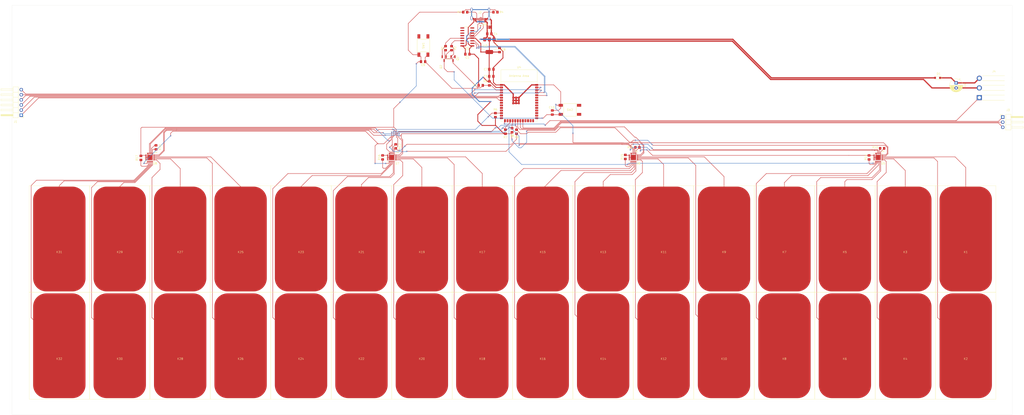
<source format=kicad_pcb>
(kicad_pcb (version 20240108) (generator "pcbnew") (generator_version "8.0")
  (layers (0 "F.Cu" signal) (31 "B.Cu" signal) (34 "B.Paste" user) (35 "F.Paste" user) (36 "B.SilkS" user "B.Silkscreen") (37 "F.SilkS" user "F.Silkscreen") (38 "B.Mask" user) (39 "F.Mask" user) (44 "Edge.Cuts" user))
  (net 0 "")
  (net 1 "+5V")
  (net 2 "GND")
  (net 3 "+3.3V")
  (net 4 "EN")
  (net 5 "LED_5V")
  (net 6 "USB_D-")
  (net 7 "IR_DATA5")
  (net 8 "IR_DATA4")
  (net 9 "USB_D+")
  (net 10 "IR_DATA2")
  (net 11 "IR_DATA0")
  (net 12 "IR_DATA3")
  (net 13 "IR_DATA1")
  (net 14 "U0_RXD")
  (net 16 "Net-(J2-CC1)")
  (net 18 "Net-(J2-CC2)")
  (net 19 "IR_LED1")
  (net 20 "IR_LED0")
  (net 21 "IR_LED2")
  (net 22 "LED_DATA")
  (net 23 "Net-(K1-Pin_1)")
  (net 24 "UO_TXD")
  (net 25 "Net-(K2-Pin_1)")
  (net 26 "Net-(K3-Pin_1)")
  (net 27 "Net-(K4-Pin_1)")
  (net 28 "Net-(K5-Pin_1)")
  (net 29 "Net-(K6-Pin_1)")
  (net 30 "Net-(K7-Pin_1)")
  (net 31 "Net-(K8-Pin_1)")
  (net 32 "Net-(K9-Pin_1)")
  (net 33 "Net-(K10-Pin_1)")
  (net 34 "Net-(K11-Pin_1)")
  (net 35 "Net-(K12-Pin_1)")
  (net 36 "Net-(K13-Pin_1)")
  (net 37 "Net-(K14-Pin_1)")
  (net 38 "Net-(K15-Pin_1)")
  (net 39 "Net-(K16-Pin_1)")
  (net 40 "Net-(K17-Pin_1)")
  (net 41 "Net-(K18-Pin_1)")
  (net 42 "Net-(K19-Pin_1)")
  (net 43 "Net-(K20-Pin_1)")
  (net 44 "Net-(Q1-B)")
  (net 45 "RTS")
  (net 46 "Net-(Q2-B)")
  (net 47 "DTR")
  (net 52 "Net-(K21-Pin_1)")
  (net 53 "Net-(K22-Pin_1)")
  (net 54 "Net-(K23-Pin_1)")
  (net 55 "Net-(K24-Pin_1)")
  (net 56 "Net-(K25-Pin_1)")
  (net 57 "Net-(K26-Pin_1)")
  (net 58 "Net-(K27-Pin_1)")
  (net 59 "Net-(K28-Pin_1)")
  (net 60 "Net-(K29-Pin_1)")
  (net 61 "Net-(K30-Pin_1)")
  (net 62 "Net-(K31-Pin_1)")
  (net 63 "Net-(K32-Pin_1)")
  (net 64 "GPIO0")
  (net 65 "SMDATA")
  (net 66 "SMCLK")
  (net 67 "ALERT")
  (net 68 "RESET")
  (net 69 "Net-(U5-WAKE{slash}SPI_MOSI)")
  (net 70 "Net-(U6-WAKE{slash}SPI_MOSI)")
  (net 71 "Net-(U7-WAKE{slash}SPI_MOSI)")
  (net 72 "Net-(U8-WAKE{slash}SPI_MOSI)")
  (net 73 "Net-(U6-ADDR_COMM)")
  (net 74 "Net-(U7-ADDR_COMM)")
  (net 75 "Net-(U8-ADDR_COMM)")
  (net 102 "Net-(U5-ADDR_COMM)")
  (footprint "TouchKey:TouchKey_Standard" (layer "F.Cu") (at 281 265)
    (property "Reference" "K18")
    (property "Value" "Conn_01x01")
  )
  (footprint "TouchKey:TouchKey_Standard" (layer "F.Cu") (at 101 212)
    (property "Reference" "K29")
    (property "Value" "Conn_01x01")
  )
  (footprint "Package_TO_SOT_SMD:SOT-223-3_TabPin2" (layer "F.Cu") (at 284.49375 116.025 -90)
    (property "Reference" "U3")
    (property "Value" "TLV1117-33")
  )
  (footprint "Package_SO:SOIC-16_3.9x9.9mm_P1.27mm" (layer "F.Cu") (at 273.54375 111.68 180)
    (property "Reference" "U1")
    (property "Value" "CH340C")
  )
  (footprint "Resistor_SMD:R_0805_2012Metric_Pad1.20x1.40mm_HandSolder" (layer "F.Cu") (at 265.75 117.25 90)
    (property "Reference" "R2")
    (property "Value" "10k")
  )
  (footprint "Resistor_SMD:R_0805_2012Metric_Pad1.20x1.40mm_HandSolder" (layer "F.Cu") (at 262.75 117.25 90)
    (property "Reference" "R1")
    (property "Value" "10k")
  )
  (footprint "TouchKey:TouchKey_Standard" (layer "F.Cu") (at 161 265)
    (property "Reference" "K26")
    (property "Value" "Conn_01x01")
  )
  (footprint "Resistor_SMD:R_0805_2012Metric_Pad1.20x1.40mm_HandSolder" (layer "F.Cu") (at 111.5 171.75 90)
    (property "Reference" "R17")
    (property "Value" "82k")
  )
  (footprint "CAP1188_1_CP_TR:QFN24_4X4MC_MCH" (layer "F.Cu") (at 236 171.5 -90)
    (property "Reference" "U7")
    (property "Value" "CAP1188-1-CP-TR")
  )
  (footprint "Package_TO_SOT_SMD:SOT-23" (layer "F.Cu") (at 266.45 122.4375 -90)
    (property "Reference" "Q1")
    (property "Value" "BC818")
  )
  (footprint "Capacitor_THT:CP_Radial_D6.3mm_P2.50mm" (layer "F.Cu") (at 516.25 134.5 -90)
    (property "Reference" "C6")
    (property "Value" "100uF")
  )
  (footprint "TouchKey:TouchKey_Standard" (layer "F.Cu") (at 461 212)
    (property "Reference" "K5")
    (property "Value" "Conn_01x01")
  )
  (footprint "Resistor_SMD:R_0805_2012Metric_Pad1.20x1.40mm_HandSolder" (layer "F.Cu") (at 231.5 171.5 90)
    (property "Reference" "R16")
    (property "Value" "100k")
  )
  (footprint "Resistor_SMD:R_0805_2012Metric_Pad1.20x1.40mm_HandSolder" (layer "F.Cu") (at 352 171.25 90)
    (property "Reference" "R15")
    (property "Value" "120k")
  )
  (footprint "Connector_PinHeader_2.54mm:PinHeader_1x03_P2.54mm_Horizontal" (layer "F.Cu") (at 539.375 151.46)
    (property "Reference" "J3")
    (property "Value" "IR_LED")
  )
  (footprint "TPD2EUSB30DRTR:DRT0003A" (layer "F.Cu") (at 280.150001 105.5 180)
    (property "Reference" "U9")
    (property "Value" "TPD2EUSB30DRTR")
  )
  (footprint "TouchKey:TouchKey_Standard" (layer "F.Cu") (at 71 212)
    (property "Reference" "K31")
    (property "Value" "Conn_01x01")
  )
  (footprint "TouchKey:TouchKey_Standard" (layer "F.Cu") (at 221 265)
    (property "Reference" "K22")
    (property "Value" "Conn_01x01")
  )
  (footprint "Resistor_SMD:R_0805_2012Metric_Pad1.20x1.40mm_HandSolder" (layer "F.Cu") (at 284.5 134.75 90)
    (property "Reference" "R5")
    (property "Value" "10k")
  )
  (footprint "Resistor_SMD:R_0805_2012Metric_Pad1.20x1.40mm_HandSolder" (layer "F.Cu") (at 358 166.5 180)
    (property "Reference" "R11")
    (property "Value" "10k")
  )
  (footprint "Resistor_SMD:R_0805_2012Metric_Pad1.20x1.40mm_HandSolder" (layer "F.Cu") (at 292.5 158.75 -90)
    (property "Reference" "R7")
    (property "Value" "10k")
  )
  (footprint "PCM_Espressif:ESP32-S3-WROOM-1" (layer "F.Cu") (at 299.25 143.76)
    (property "Reference" "U4")
    (property "Value" "ESP32-S3-WROOM-1")
  )
  (footprint "Resistor_SMD:R_0805_2012Metric_Pad1.20x1.40mm_HandSolder" (layer "F.Cu") (at 479.5 167 180)
    (property "Reference" "R10")
    (property "Value" "10k")
  )
  (footprint "Capacitor_SMD:C_0805_2012Metric_Pad1.18x1.45mm_HandSolder" (layer "F.Cu") (at 280.2125 135.75 180)
    (property "Reference" "C3")
    (property "Value" "1uF")
  )
  (footprint "Resistor_SMD:R_0805_2012Metric_Pad1.20x1.40mm_HandSolder" (layer "F.Cu") (at 119 166.5 90)
    (property "Reference" "R13")
    (property "Value" "10k")
  )
  (footprint "Capacitor_SMD:C_0805_2012Metric_Pad1.18x1.45mm_HandSolder" (layer "F.Cu") (at 285.5 127.75 180)
    (property "Reference" "C7")
    (property "Value" "0.1uF")
  )
  (footprint "TouchKey:TouchKey_Standard" (layer "F.Cu") (at 191 212)
    (property "Reference" "K23")
    (property "Value" "Conn_01x01")
  )
  (footprint "Capacitor_SMD:C_0805_2012Metric_Pad1.18x1.45mm_HandSolder" (layer "F.Cu") (at 284.48125 110.125)
    (property "Reference" "C4")
    (property "Value" "1uF")
  )
  (footprint "Resistor_SMD:R_0805_2012Metric_Pad1.20x1.40mm_HandSolder" (layer "F.Cu") (at 272.51875 99.375 180)
    (property "Reference" "R3")
    (property "Value" "5.1k")
  )
  (footprint "TouchKey:TouchKey_Standard" (layer "F.Cu") (at 311 265)
    (property "Reference" "K16")
    (property "Value" "Conn_01x01")
  )
  (footprint "TouchKey:TouchKey_Standard" (layer "F.Cu") (at 221 212)
    (property "Reference" "K21")
    (property "Value" "Conn_01x01")
  )
  (footprint "Resistor_SMD:R_0805_2012Metric_Pad1.20x1.40mm_HandSolder" (layer "F.Cu") (at 238 166 90)
    (property "Reference" "R12")
    (property "Value" "10k")
  )
  (footprint "Capacitor_SMD:C_0805_2012Metric_Pad1.18x1.45mm_HandSolder" (layer "F.Cu") (at 285.4625 131.25 180)
    (property "Reference" "C5")
    (property "Value" "10uF")
  )
  (footprint "TouchKey:TouchKey_Standard" (layer "F.Cu") (at 461 265)
    (property "Reference" "K6")
    (property "Value" "Conn_01x01")
  )
  (footprint "CAP1188_1_CP_TR:QFN24_4X4MC_MCH" (layer "F.Cu") (at 477.5 171.5 -90)
    (property "Reference" "U5")
    (property "Value" "CAP1188-1-CP-TR")
  )
  (footprint "Connector_USB:USB_C_Receptacle_GCT_USB4105-xx-A_16P_TopMnt_Horizontal" (layer "F.Cu") (at 280.01875 99.195 180)
    (property "Reference" "J2")
    (property "Value" "USB_C_Receptacle_USB2.0_16P")
  )
  (footprint "Connector_Wire:SolderWire-0.75sqmm_1x03_P4.8mm_D1.25mm_OD2.3mm_Relief" (layer "F.Cu") (at 527.75 141.8 90)
    (property "Reference" "J4")
    (property "Value" "LED")
  )
  (footprint "TouchKey:TouchKey_Standard" (layer "F.Cu") (at 521 265)
    (property "Reference" "K2")
    (property "Value" "Conn_01x01")
  )
  (footprint "TouchKey:TouchKey_Standard" (layer "F.Cu") (at 71 265)
    (property "Reference" "K32")
    (property "Value" "Conn_01x01")
  )
  (footprint "Capacitor_SMD:C_0805_2012Metric_Pad1.18x1.45mm_HandSolder" (layer "F.Cu") (at 273.60625 120.255 180)
    (property "Reference" "C1")
    (property "Value" "0.1uF")
  )
  (footprint "Resistor_SMD:R_0805_2012Metric_Pad1.20x1.40mm_HandSolder" (layer "F.Cu") (at 287.5 150.5 -90)
    (property "Reference" "R6")
    (property "Value" "10k")
  )
  (footprint "TouchKey:TouchKey_Standard" (layer "F.Cu") (at 371 265)
    (property "Reference" "K12")
    (property "Value" "Conn_01x01")
  )
  (footprint "TouchKey:TouchKey_Standard" (layer "F.Cu") (at 491 265)
    (property "Reference" "K4")
    (property "Value" "Conn_01x01")
  )
  (footprint "Resistor_SMD:R_0805_2012Metric_Pad1.20x1.40mm_HandSolder" (layer "F.Cu") (at 473 171.5 90)
    (property "Reference" "R14")
    (property "Value" "150k")
  )
  (footprint "TouchKey:TouchKey_Standard" (layer "F.Cu") (at 341 212)
    (property "Reference" "K13")
    (property "Value" "Conn_01x01")
  )
  (footprint "TouchKey:TouchKey_Standard" (layer "F.Cu") (at 311 212)
    (property "Reference" "K15")
    (property "Value" "Conn_01x01")
  )
  (footprint "TouchKey:TouchKey_Standard" (layer "F.Cu") (at 401 212)
    (property "Reference" "K9")
    (property "Value" "Conn_01x01")
  )
  (footprint "TouchKey:TouchKey_Standard" (layer "F.Cu") (at 521 212)
    (property "Reference" "K1")
    (property "Value" "Conn_01x01")
  )
  (footprint "FSM2JSMAATR:SWITCH_FSM2JSMAA_TYC" (layer "F.Cu") (at 249.5042 120.5 90)
    (property "Reference" "SW1")
    (property "Value" "FSM2JSMAATR")
  )
  (footprint "Resistor_SMD:R_0805_2012Metric_Pad1.20x1.40mm_HandSolder" (layer "F.Cu") (at 298 158.75 90)
    (property "Reference" "R9")
    (property "Value" "10k")
  )
  (footprint "TouchKey:TouchKey_Standard" (layer "F.Cu") (at 491 212)
    (property "Reference" "K3")
    (property "Value" "Conn_01x01")
  )
  (footprint "CAP1188_1_CP_TR:QFN24_4X4MC_MCH" (layer "F.Cu") (at 116 171.5 -90)
    (property "Reference" "U8")
    (property "Value" "CAP1188-1-CP-TR")
  )
  (footprint "TouchKey:TouchKey_Standard" (layer "F.Cu") (at 401 265)
    (property "Reference" "K10")
    (property "Value" "Conn_01x01")
  )
  (footprint "Capacitor_SMD:C_0805_2012Metric_Pad1.18x1.45mm_HandSolder" (layer "F.Cu") (at 315.75 149.2125 90)
    (property "Reference" "C10")
    (property "Value" "0.1uF")
  )
  (footprint "TouchKey:TouchKey_Standard" (layer "F.Cu") (at 161 212)
    (property "Reference" "K25")
    (property "Value" "Conn_01x01")
  )
  (footprint "TouchKey:TouchKey_Standard" (layer "F.Cu") (at 101 265)
    (property "Reference" "K30")
    (property "Value" "Conn_01x01")
  )
  (footprint "TouchKey:TouchKey_Standard" (layer "F.Cu") (at 371 212)
    (property "Reference" "K11")
    (property "Value" "Conn_01x01")
  )
  (footprint "Package_TO_SOT_SMD:SOT-23" (layer "F.Cu") (at 262.05 122.4375 -90)
    (property "Reference" "Q2")
    (property "Value" "BC818")
  )
  (footprint "TouchKey:TouchKey_Standard" (layer "F.Cu") (at 431 265)
    (property "Reference" "K8")
    (property "Value" "Conn_01x01")
  )
  (footprint "TouchKey:TouchKey_Standard" (layer "F.Cu") (at 281 212)
    (property "Reference" "K17")
    (property "Value" "Conn_01x01")
  )
  (footprint "TouchKey:TouchKey_Standard" (layer "F.Cu") (at 191 265)
    (property "Reference" "K24")
    (property "Value" "Conn_01x01")
  )
  (footprint "CAP1188_1_CP_TR:QFN24_4X4MC_MCH" (layer "F.Cu") (at 356 171.5 -90)
    (property "Reference" "U6")
    (property "Value" "CAP1188-1-CP-TR")
  )
  (footprint "Resistor_SMD:R_0805_2012Metric_Pad1.20x1.40mm_HandSolder" (layer "F.Cu") (at 295.75 158 -90)
    (property "Reference" "R8")
    (property "Value" "10k")
  )
  (footprint "Resistor_SMD:R_0805_2012Metric_Pad1.20x1.40mm_HandSolder" (layer "F.Cu") (at 287.51875 99.375)
    (property "Reference" "R4")
    (property "Value" "5.1k")
  )
  (footprint "TouchKey:TouchKey_Standard" (layer "F.Cu") (at 341 265)
    (property "Reference" "K14")
    (property "Value" "Conn_01x01")
  )
  (footprint "Capacitor_SMD:C_0805_2012Metric_Pad1.18x1.45mm_HandSolder" (layer "F.Cu") (at 289.54375 118.175 90)
    (property "Reference" "C8")
    (property "Value" "1uF")
  )
  (footprint "Capacitor_SMD:C_0805_2012Metric_Pad1.18x1.45mm_HandSolder" (layer "F.Cu") (at 251.59465 123.9534 180)
    (property "Reference" "C9")
    (property "Value" "0.1uF")
  )
  (footprint "TouchKey:TouchKey_Standard" (layer "F.Cu") (at 251 212)
    (property "Reference" "K19")
    (property "Value" "Conn_01x01")
  )
  (footprint "Diode_SMD:D_SOD-323_HandSoldering" (layer "F.Cu") (at 507 132 180)
    (property "Reference" "D1")
    (property "Value" "BAT60AE6327HTSA1")
  )
  (footprint "TouchKey:TouchKey_Standard" (layer "F.Cu") (at 131 212)
    (property "Reference" "K27")
    (property "Value" "Conn_01x01")
  )
  (footprint "TouchKey:TouchKey_Standard" (layer "F.Cu") (at 131 265)
    (property "Reference" "K28")
    (property "Value" "Conn_01x01")
  )
  (footprint "TVS0500DRVR:DRV0006A" (layer "F.Cu") (at 284.51875 106.875 180)
    (property "Reference" "U2" (hide yes))
    (property "Value" "TVS0500DRVR")
  )
  (footprint "TouchKey:TouchKey_Standard" (layer "F.Cu") (at 251 265)
    (property "Reference" "K20")
    (property "Value" "Conn_01x01")
  )
  (footprint "Connector_PinHeader_2.54mm:PinHeader_1x06_P2.54mm_Horizontal" (layer "F.Cu") (at 52.125 150.54 180)
    (property "Reference" "J1")
    (property "Value" "IR_DATA")
  )
  (footprint "FSM2JSMAATR:SWITCH_FSM2JSMAA_TYC" (layer "F.Cu") (at 319.9534 145.62205)
    (property "Reference" "SW2")
    (property "Value" "FSM2JSMAATR")
  )
  (footprint "TouchKey:TouchKey_Standard" (layer "F.Cu") (at 431 212)
    (property "Reference" "K7")
    (property "Value" "Conn_01x01")
  )
  (gr_rect (start 47.5 96) (end 544 299.25) (stroke (width 0.05)) (fill none) (layer "Edge.Cuts"))
  (segment (start 283.312475 104.437525) (end 283.44375 104.5688) (width 0.6) (layer "F.Cu") (net 1))
  (segment (start 282.99995 104.125) (end 283.312475 104.437525) (width 0.6) (layer "F.Cu") (net 1))
  (segment (start 283.44375 110.125) (end 283.44375 111.625) (width 0.6) (layer "F.Cu") (net 1))
  (segment (start 278.128498 104.125) (end 278.51875 104.125) (width 0.6) (layer "F.Cu") (net 1))
  (segment (start 277.61875 103.573394) (end 277.61875 102.875) (width 0.6) (layer "F.Cu") (net 1))
  (segment (start 277.61875 103.573394) (end 277.61875 103.615252) (width 0.6) (layer "F.Cu") (net 1))
  (segment (start 282.19375 112.875) (end 280 112.875) (width 0.6) (layer "F.Cu") (net 1))
  (segment (start 283.44375 111.625) (end 282.19375 112.875) (width 0.6) (layer "F.Cu") (net 1))
  (segment (start 282.41875 102.875) (end 282.41875 103.615252) (width 0.6) (layer "F.Cu") (net 1))
  (segment (start 277.61875 103.615252) (end 278.128498 104.125) (width 0.6) (layer "F.Cu") (net 1))
  (segment (start 281.76875 104.125) (end 282.99995 104.125) (width 0.6) (layer "F.Cu") (net 1))
  (segment (start 294.375 112.875) (end 405.375 112.875) (width 0.6) (layer "F.Cu") (net 1))
  (segment (start 281.909002 104.125) (end 281.76875 104.125) (width 0.6) (layer "F.Cu") (net 1))
  (segment (start 405.375 112.875) (end 424.5 132) (width 0.6) (layer "F.Cu") (net 1))
  (segment (start 505.75 132) (end 424.5 132) (width 0.6) (layer "F.Cu") (net 1))
  (segment (start 282.41875 103.615252) (end 281.909002 104.125) (width 0.6) (layer "F.Cu") (net 1))
  (segment (start 283.44375 104.5688) (end 283.44375 110.125) (width 0.6) (layer "F.Cu") (net 1))
  (via (at 278.51875 104.125) (size 0.6) (drill 0.3) (layers "F.Cu" "B.Cu") (net 1))
  (via (at 294.375 112.875) (size 0.6) (drill 0.3) (layers "F.Cu" "B.Cu") (net 1))
  (via (at 280 112.875) (size 0.6) (drill 0.3) (layers "F.Cu" "B.Cu") (net 1))
  (via (at 281.76875 104.125) (size 0.6) (drill 0.3) (layers "F.Cu" "B.Cu") (net 1))
  (segment (start 294.375 112.875) (end 280 112.875) (width 0.6) (layer "B.Cu") (net 1))
  (segment (start 278.51875 104.125) (end 281.76875 104.125) (width 0.6) (layer "B.Cu") (net 1))
  (segment (start 238.35 157.71863) (end 238.35 161.35) (width 0.2) (layer "F.Cu") (net 2))
  (segment (start 280.150001 106.075) (end 280.150001 107.099999) (width 0.2) (layer "F.Cu") (net 2))
  (segment (start 231.5 170.5) (end 234.0315 170.5) (width 0.2) (layer "F.Cu") (net 2))
  (segment (start 244.25 105) (end 249.875 99.375) (width 0.2) (layer "F.Cu") (net 2))
  (segment (start 475.5315 170.5) (end 475.5315 170.23) (width 0.2) (layer "F.Cu") (net 2))
  (segment (start 296.35 140) (end 291.85 135.5) (width 0.6) (layer "F.Cu") (net 2))
  (segment (start 237.27 167.73) (end 238 167) (width 0.2) (layer "F.Cu") (net 2))
  (segment (start 475.5315 171.5) (end 477.5 171.5) (width 0.2) (layer "F.Cu") (net 2))
  (segment (start 500.05 132.8) (end 424.16863 132.8) (width 0.6) (layer "F.Cu") (net 2))
  (segment (start 299.15 141.82) (end 299.15 144.62) (width 0.6) (layer "F.Cu") (net 2))
  (segment (start 276.24375 102.3) (end 276.81875 102.875) (width 0.4) (layer "F.Cu") (net 2))
  (segment (start 238.35 161.35) (end 239 162) (width 0.2) (layer "F.Cu") (net 2))
  (segment (start 295.5 165) (end 243.5 165) (width 0.2) (layer "F.Cu") (net 2))
  (segment (start 475.5315 171.5) (end 475.5315 170.5) (width 0.2) (layer "F.Cu") (net 2))
  (segment (start 319.9534 145.62205) (end 319.9534 138.9534) (width 0.2) (layer "F.Cu") (net 2))
  (segment (start 114.73 169.5315) (end 115 169.5315) (width 0.2) (layer "F.Cu") (net 2))
  (segment (start 355 169.5315) (end 355 170.5) (width 0.2) (layer "F.Cu") (net 2))
  (segment (start 424.16863 132.8) (end 405.11863 113.75) (width 0.6) (layer "F.Cu") (net 2))
  (segment (start 351 164.3) (end 358.05 164.3) (width 0.2) (layer "F.Cu") (net 2))
  (segment (start 115 169.5315) (end 115.238 169.5315) (width 0.2) (layer "F.Cu") (net 2))
  (segment (start 114.0315 171.5) (end 116 171.5) (width 0.2) (layer "F.Cu") (net 2))
  (segment (start 237.27 169.5315) (end 237.27 167.73) (width 0.2) (layer "F.Cu") (net 2))
  (segment (start 280.150001 106.075) (end 280.175 106.075) (width 0.2) (layer "F.Cu") (net 2))
  (segment (start 234.73 169.5315) (end 235 169.5315) (width 0.2) (layer "F.Cu") (net 2))
  (segment (start 326.2 164.2) (end 350.9 164.2) (width 0.2) (layer "F.Cu") (net 2))
  (segment (start 475.5315 170.5) (end 473 170.5) (width 0.2) (layer "F.Cu") (net 2))
  (segment (start 478.7621 170.2379) (end 477.5 171.5) (width 0.2) (layer "F.Cu") (net 2))
  (segment (start 286.5 134.25) (end 286.5 129.5) (width 0.4) (layer "F.Cu") (net 2))
  (segment (start 114.0315 172.77) (end 114.0315 171.5) (width 0.2) (layer "F.Cu") (net 2))
  (segment (start 478.77 169.5315) (end 478.77 168.73) (width 0.2) (layer "F.Cu") (net 2))
  (segment (start 112 156.5) (end 237 156.5) (width 0.2) (layer "F.Cu") (net 2))
  (segment (start 237 156.5) (end 237.13137 156.5) (width 0.2) (layer "F.Cu") (net 2))
  (segment (start 319.9534 138.9534) (end 316.5 135.5) (width 0.2) (layer "F.Cu") (net 2))
  (segment (start 527.75 137) (end 516.25 137) (width 0.6) (layer "F.Cu") (net 2))
  (segment (start 288.243749 99.650001) (end 288.51875 99.375) (width 0.2) (layer "F.Cu") (net 2))
  (segment (start 286.5 128.5) (end 286.5 126.875) (width 0.4) (layer "F.Cu") (net 2))
  (segment (start 476.738 169.5315) (end 476.5 169.5315) (width 0.2) (layer "F.Cu") (net 2))
  (segment (start 117.2621 169.5394) (end 117.2621 170.2379) (width 0.2) (layer "F.Cu") (net 2))
  (segment (start 296.35 141.82) (end 299.15 141.82) (width 0.6) (layer "F.Cu") (net 2))
  (segment (start 279.175 122.425) (end 277.005 120.255) (width 0.4) (layer "F.Cu") (net 2))
  (segment (start 114.0315 170.5) (end 111.5 170.5) (width 0.2) (layer "F.Cu") (net 2))
  (segment (start 237.2621 169.5394) (end 237.2621 170.2379) (width 0.2) (layer "F.Cu") (net 2))
  (segment (start 284.51875 106.875) (end 285.493749 106.875) (width 0.6) (layer "F.Cu") (net 2))
  (segment (start 279.175 135.75) (end 279.175 122.425) (width 0.4) (layer "F.Cu") (net 2))
  (segment (start 504.25 137) (end 500.05 132.8) (width 0.6) (layer "F.Cu") (net 2))
  (segment (start 287.75 135.5) (end 286.5 134.25) (width 0.4) (layer "F.Cu") (net 2))
  (segment (start 115 170.5) (end 116 171.5) (width 0.2) (layer "F.Cu") (net 2))
  (segment (start 354.0315 170.23) (end 354.0315 170.5) (width 0.2) (layer "F.Cu") (net 2))
  (segment (start 274 115.081249) (end 274 114.25) (width 0.4) (layer "F.Cu") (net 2))
  (segment (start 114.0315 170.5) (end 114.0315 170.23) (width 0.2) (layer "F.Cu") (net 2))
  (segment (start 355 170.5) (end 356 171.5) (width 0.2) (layer "F.Cu") (net 2))
  (segment (start 239 162) (end 239 166) (width 0.2) (layer "F.Cu") (net 2))
  (segment (start 317.51865 145.203328) (end 317.937372 145.62205) (width 0.2) (layer "F.Cu") (net 2))
  (segment (start 354.0315 171.5) (end 356 171.5) (width 0.2) (layer "F.Cu") (net 2))
  (segment (start 359.5 167) (end 359 166.5) (width 0.2) (layer "F.Cu") (net 2))
  (segment (start 350.9 164.2) (end 351 164.3) (width 0.2) (layer "F.Cu") (net 2))
  (segment (start 276.01875 116.125) (end 275.043751 116.125) (width 0.4) (layer "F.Cu") (net 2))
  (segment (start 319.9534 145.62205) (end 319.9534 147.0466) (width 0.2) (layer "F.Cu") (net 2))
  (segment (start 235 169.5315) (end 235 170.5) (width 0.2) (layer "F.Cu") (net 2))
  (segment (start 365.5 170.5) (end 362.75 167.75) (width 0.2) (layer "F.Cu") (net 2))
  (segment (start 273.281 111.249096) (end 274.01875 110.511346) (width 0.4) (layer "F.Cu") (net 2))
  (segment (start 239.75 168) (end 239 168) (width 0.2) (layer "F.Cu") (net 2))
  (segment (start 291.85 135.5) (end 290.5 135.5) (width 0.6) (layer "F.Cu") (net 2))
  (segment (start 280.175 106.075) (end 280.2 106.05) (width 0.2) (layer "F.Cu") (net 2))
  (segment (start 286.79375 111.54375) (end 286.79375 112.875) (width 0.6) (layer "F.Cu") (net 2))
  (segment (start 283.79375 102.3) (end 283.21875 102.875) (width 0.4) (layer "F.Cu") (net 2))
  (segment (start 248.25 125) (end 249.2966 123.9534) (width 0.2) (layer "F.Cu") (net 2))
  (segment (start 358.05 164.3) (end 359 165.25) (width 0.2) (layer "F.Cu") (net 2))
  (segment (start 354.0315 170.5) (end 354.0315 170.738) (width 0.2) (layer "F.Cu") (net 2))
  (segment (start 287.66875 113.75) (end 286.79375 112.875) (width 0.6) (layer "F.Cu") (net 2))
  (segment (start 359.5 168.25) (end 359.5 167) (width 0.2) (layer "F.Cu") (net 2))
  (segment (start 286.5 126.875) (end 291.25 122.125) (width 0.4) (layer "F.Cu") (net 2))
  (segment (start 286.79375 112.875) (end 286.79375 114.3875) (width 0.4) (layer "F.Cu") (net 2))
  (segment (start 355 169.5315) (end 355.238 169.5315) (width 0.2) (layer "F.Cu") (net 2))
  (segment (start 285.493749 110.243749) (end 286.79375 111.54375) (width 0.6) (layer "F.Cu") (net 2))
  (segment (start 476.5 169.5315) (end 476.23 169.5315) (width 0.2) (layer "F.Cu") (net 2))
  (segment (start 478.7621 169.5394) (end 478.7621 170.2379) (width 0.2) (layer "F.Cu") (net 2))
  (segment (start 297.75 141.82) (end 297.75 144.62) (width 0.6) (layer "F.Cu") (net 2))
  (segment (start 117.2621 170.2379) (end 116 171.5) (width 0.2) (layer "F.Cu") (net 2))
  (segment (start 463 170.5) (end 365.5 170.5) (width 0.2) (layer "F.Cu") (net 2))
  (segment (start 352 170.5) (end 354.0315 170.5) (width 0.2) (layer "F.Cu") (net 2))
  (segment (start 249.5042 120.5) (end 246.5 120.5) (width 0.2) (layer "F.Cu") (net 2))
  (segment (start 271.51875 99.375) (end 272.77375 98.12) (width 0.2) (layer "F.Cu") (net 2))
  (segment (start 243.5 165) (end 242.5 166) (width 0.2) (layer "F.Cu") (net 2))
  (segment (start 111.5 157) (end 112 156.5) (width 0.2) (layer "F.Cu") (net 2))
  (segment (start 359 165.25) (end 359 166.5) (width 0.2) (layer "F.Cu") (net 2))
  (segment (start 516.25 137) (end 504.25 137) (width 0.6) (layer "F.Cu") (net 2))
  (segment (start 274.01875 106.98125) (end 276.81875 104.18125) (width 0.4) (layer "F.Cu") (net 2))
  (segment (start 237 156.5) (end 237 147.25) (width 0.2) (layer "F.Cu") (net 2))
  (segment (start 277.005 120.255) (end 274.64375 120.255) (width 0.4) (layer "F.Cu") (net 2))
  (segment (start 357.27 168.23) (end 359 166.5) (width 0.2) (layer "F.Cu") (net 2))
  (segment (start 291.25 122.125) (end 291.25 118.84375) (width 0.4) (layer "F.Cu") (net 2))
  (segment (start 237 147.25) (end 240.125 144.125) (width 0.2) (layer "F.Cu") (net 2))
  (segment (start 235 170.5) (end 236 171.5) (width 0.2) (layer "F.Cu") (net 2))
  (segment (start 296.35 143.22) (end 299.15 143.22) (width 0.6) (layer "F.Cu") (net 2))
  (segment (start 237.13137 156.5) (end 238.35 157.71863) (width 0.2) (layer "F.Cu") (net 2))
  (segment (start 244.25 118.25) (end 244.25 105) (width 0.2) (layer "F.Cu") (net 2))
  (segment (start 275.043751 116.125) (end 274 115.081249) (width 0.4) (layer "F.Cu") (net 2))
  (segment (start 286.79375 114.3875) (end 289.54375 117.1375) (width 0.4) (layer "F.Cu") (net 2))
  (segment (start 319.9534 147.0466) (end 318.825 148.175) (width 0.2) (layer "F.Cu") (net 2))
  (segment (start 357.2621 170.2379) (end 356 171.5) (width 0.2) (layer "F.Cu") (net 2))
  (segment (start 296.35 141.82) (end 296.35 144.62) (width 0.6) (layer "F.Cu") (net 2))
  (segment (start 354.0315 170.738) (end 354.0315 171.5) (width 0.2) (layer "F.Cu") (net 2))
  (segment (start 305.47 135.5) (end 308 135.5) (width 0.6) (layer "F.Cu") (net 2))
  (segment (start 317.937372 145.62205) (end 319.9534 145.62205) (width 0.2) (layer "F.Cu") (net 2))
  (segment (start 117.5 167.5) (end 119 167.5) (width 0.2) (layer "F.Cu") (net 2))
  (segment (start 236 171.5) (end 234.0315 171.5) (width 0.2) (layer "F.Cu") (net 2))
  (segment (start 357.2621 169.5394) (end 357.2621 170.2379) (width 0.2) (layer "F.Cu") (net 2))
  (segment (start 405.11863 113.75) (end 287.66875 113.75) (width 0.6) (layer "F.Cu") (net 2))
  (segment (start 239 166) (end 238 167) (width 0.2) (layer "F.Cu") (net 2))
  (segment (start 117.27 169.5315) (end 117.2621 169.5394) (width 0.2) (layer "F.Cu") (net 2))
  (segment (start 111.5 170.5) (end 111.5 157) (width 0.2) (layer "F.Cu") (net 2))
  (segment (start 276.81875 104.18125) (end 276.81875 102.875) (width 0.4) (layer "F.Cu") (net 2))
  (segment (start 288.51875 99.375) (end 287.26375 98.12) (width 0.2) (layer "F.Cu") (net 2))
  (segment (start 235 169.5315) (end 235.238 169.5315) (width 0.2) (layer "F.Cu") (net 2))
  (segment (start 285.493749 103.454999) (end 284.33875 102.3) (width 0.6) (layer "F.Cu") (net 2))
  (segment (start 234.0315 170.5) (end 234.0315 170.23) (width 0.2) (layer "F.Cu") (net 2))
  (segment (start 275.69875 102.3) (end 276.24375 102.3) (width 0.4) (layer "F.Cu") (net 2))
  (segment (start 237.27 169.5315) (end 237.2621 169.5394) (width 0.2) (layer "F.Cu") (net 2))
  (segment (start 274.01875 110.511346) (end 274.01875 106.98125) (width 0.4) (layer "F.Cu") (net 2))
  (segment (start 239 168) (end 238 167) (width 0.2) (layer "F.Cu") (net 2))
  (segment (start 298 162.5) (end 295.5 165) (width 0.2) (layer "F.Cu") (net 2))
  (segment (start 240.125 144.125) (end 240.25 144) (width 0.2) (layer "F.Cu") (net 2))
  (segment (start 287.26375 98.12) (end 284.33875 98.12) (width 0.2) (layer "F.Cu") (net 2))
  (segment (start 357.27 169.5315) (end 357.27 168.23) (width 0.2) (layer "F.Cu") (net 2))
  (segment (start 285.493749 106.225001) (end 285.493749 110.243749) (width 0.6) (layer "F.Cu") (net 2))
  (segment (start 274.64375 117.5) (end 276.01875 116.125) (width 0.4) (layer "F.Cu") (net 2))
  (segment (start 234.0315 171.5) (end 234.0315 170.5) (width 0.2) (layer "F.Cu") (net 2))
  (segment (start 250.55715 123.9534) (end 250.55715 121.55295) (width 0.2) (layer "F.Cu") (net 2))
  (segment (start 249.2966 123.9534) (end 250.55715 123.9534) (width 0.2) (layer "F.Cu") (net 2))
  (segment (start 357.27 169.5315) (end 357.2621 169.5394) (width 0.2) (layer "F.Cu") (net 2))
  (segment (start 326 164) (end 326.2 164.2) (width 0.2) (layer "F.Cu") (net 2))
  (segment (start 296.35 141.82) (end 296.35 140) (width 0.6) (layer "F.Cu") (net 2))
  (segment (start 284.33875 102.3) (end 283.79375 102.3) (width 0.4) (layer "F.Cu") (net 2))
  (segment (start 316.5 135.5) (end 308 135.5) (width 0.2) (layer "F.Cu") (net 2))
  (segment (start 478.77 168.73) (end 480.5 167) (width 0.2) (layer "F.Cu") (net 2))
  (segment (start 290.5 135.5) (end 287.75 135.5) (width 0.4) (layer "F.Cu") (net 2))
  (segment (start 291.25 118.84375) (end 289.54375 117.1375) (width 0.4) (layer "F.Cu") (net 2))
  (segment (start 354.0315 171.5) (end 354.0315 172.77) (width 0.2) (layer "F.Cu") (net 2))
  (segment (start 272.77375 98.12) (end 275.69875 98.12) (width 0.2) (layer "F.Cu") (net 2))
  (segment (start 280.150001 107.099999) (end 280 107.25) (width 0.2) (layer "F.Cu") (net 2))
  (segment (start 285.493749 106.875) (end 285.493749 103.454999) (width 0.6) (layer "F.Cu") (net 2))
  (segment (start 274.64375 120.255) (end 274.64375 117.5) (width 0.4) (layer "F.Cu") (net 2))
  (segment (start 246.5 120.5) (end 244.25 118.25) (width 0.2) (layer "F.Cu") (net 2))
  (segment (start 475.5315 172.77) (end 475.5315 171.5) (width 0.2) (layer "F.Cu") (net 2))
  (segment (start 250.55715 121.55295) (end 249.5042 120.5) (width 0.2) (layer "F.Cu") (net 2))
  (segment (start 318.825 148.175) (end 315.75 148.175) (width 0.2) (layer "F.Cu") (net 2))
  (segment (start 296.35 144.62) (end 299.15 144.62) (width 0.6) (layer "F.Cu") (net 2))
  (segment (start 234.0315 172.77) (end 234.0315 171.5) (width 0.2) (layer "F.Cu") (net 2))
  (segment (start 286.5 129.5) (end 286.5 128.5) (width 0.4) (layer "F.Cu") (net 2))
  (segment (start 326 159.5) (end 326 164) (width 0.2) (layer "F.Cu") (net 2))
  (segment (start 476.5 169.5315) (end 476.5 170.5) (width 0.2) (layer "F.Cu") (net 2))
  (segment (start 298 159.75) (end 298 162.5) (width 0.2) (layer "F.Cu") (net 2))
  (segment (start 117.27 169.5315) (end 117.27 167.73) (width 0.2) (layer "F.Cu") (net 2))
  (segment (start 115 169.5315) (end 115 170.5) (width 0.2) (layer "F.Cu") (net 2))
  (segment (start 275.69375 98.125) (end 275.69875 98.12) (width 0.2) (layer "F.Cu") (net 2))
  (segment (start 476.5 170.5) (end 477.5 171.5) (width 0.2) (layer "F.Cu") (net 2))
  (segment (start 117.27 167.73) (end 117.5 167.5) (width 0.2) (layer "F.Cu") (net 2))
  (segment (start 249.875 99.375) (end 271.51875 99.375) (width 0.2) (layer "F.Cu") (net 2))
  (segment (start 114.0315 171.5) (end 114.0315 170.5) (width 0.2) (layer "F.Cu") (net 2))
  (segment (start 478.77 169.5315) (end 478.7621 169.5394) (width 0.2) (layer "F.Cu") (net 2))
  (segment (start 354.73 169.5315) (end 355 169.5315) (width 0.2) (layer "F.Cu") (net 2))
  (segment (start 237.2621 170.2379) (end 236 171.5) (width 0.2) (layer "F.Cu") (net 2))
  (segment (start 276.77015 102.9236) (end 276.81875 102.875) (width 0.2) (layer "F.Cu") (net 2))
  (segment (start 473 170.5) (end 463 170.5) (width 0.2) (layer "F.Cu") (net 2))
  (segment (start 299.15 141.82) (end 305.47 135.5) (width 0.6) (layer "F.Cu") (net 2))
  (via (at 362.75 167.75) (size 0.6) (drill 0.3) (layers "F.Cu" "B.Cu") (net 2))
  (via (at 240.125 144.125) (size 0.6) (drill 0.3) (layers "F.Cu" "B.Cu") (net 2))
  (via (at 359.5 168.25) (size 0.6) (drill 0.3) (layers "F.Cu" "B.Cu") (net 2))
  (via (at 248.25 125) (size 0.6) (drill 0.3) (layers "F.Cu" "B.Cu") (net 2))
  (via (at 280 107.25) (size 0.6) (drill 0.3) (layers "F.Cu" "B.Cu") (net 2))
  (via (at 317.51865 145.203328) (size 0.6) (drill 0.3) (layers "F.Cu" "B.Cu") (net 2))
  (via (at 326 159.5) (size 0.6) (drill 0.3) (layers "F.Cu" "B.Cu") (net 2))
  (via (at 273.281 111.249096) (size 0.6) (drill 0.3) (layers "F.Cu" "B.Cu") (net 2))
  (via (at 242.5 166) (size 0.6) (drill 0.3) (layers "F.Cu" "B.Cu") (net 2))
  (via (at 239.75 168) (size 0.6) (drill 0.3) (layers "F.Cu" "B.Cu") (net 2))
  (via (at 274.020127 114.213468) (size 0.6) (drill 0.3) (layers "F.Cu" "B.Cu") (net 2))
  (segment (start 278.25 109) (end 275.5 109) (width 0.2) (layer "B.Cu") (net 2))
  (segment (start 317.5 147.25) (end 317.5 145.25) (width 0.2) (layer "B.Cu") (net 2))
  (segment (start 360 167.75) (end 359.5 168.25) (width 0.2) (layer "B.Cu") (net 2))
  (segment (start 284.33875 98.12) (end 275.69875 98.12) (width 0.4) (layer "B.Cu") (net 2))
  (segment (start 275.5 109) (end 273.281 111.219) (width 0.2) (layer "B.Cu") (net 2))
  (segment (start 273.25 113.443341) (end 273.25 112.5) (width 0.4) (layer "B.Cu") (net 2))
  (segment (start 326 155.75) (end 317.5 147.25) (width 0.2) (layer "B.Cu") (net 2))
  (segment (start 248.25 136) (end 248.25 125) (width 0.2) (layer "B.Cu") (net 2))
  (segment (start 274.020127 114.213468) (end 273.25 113.443341) (width 0.4) (layer "B.Cu") (net 2))
  (segment (start 362.75 167.75) (end 360 167.75) (width 0.2) (layer "B.Cu") (net 2))
  (segment (start 275.69875 102.3) (end 275.69875 98.12) (width 0.4) (layer "B.Cu") (net 2))
  (segment (start 273.281 111.219) (end 273.281 111.249096) (width 0.2) (layer "B.Cu") (net 2))
  (segment (start 240.125 144.125) (end 248.25 136) (width 0.2) (layer "B.Cu") (net 2))
  (segment (start 280 107.25) (end 278.25 109) (width 0.2) (layer "B.Cu") (net 2))
  (segment (start 284.33875 102.3) (end 284.33875 98.12) (width 0.4) (layer "B.Cu") (net 2))
  (segment (start 273.25 112.5) (end 273.25 111.25) (width 0.4) (layer "B.Cu") (net 2))
  (segment (start 240.5 168) (end 242.5 166) (width 0.2) (layer "B.Cu") (net 2))
  (segment (start 326 159.5) (end 326 155.75) (width 0.2) (layer "B.Cu") (net 2))
  (segment (start 239.75 168) (end 240.5 168) (width 0.2) (layer "B.Cu") (net 2))
  (segment (start 361.25 165.5) (end 360 164.25) (width 0.2) (layer "F.Cu") (net 3))
  (segment (start 481.327686 170.738) (end 482.4 169.665686) (width 0.2) (layer "F.Cu") (net 3))
  (segment (start 124.215686 158.1) (end 129 158.1) (width 0.2) (layer "F.Cu") (net 3))
  (segment (start 351.6 156.35) (end 318.770908 156.35) (width 0.2) (layer "F.Cu") (net 3))
  (segment (start 240.5 160.75) (end 240.75 160.5) (width 0.2) (layer "F.Cu") (net 3))
  (segment (start 123.15 168.165686) (end 123.15 159.165686) (width 0.2) (layer "F.Cu") (net 3))
  (segment (start 317.020908 158.1) (end 303.4 158.1) (width 0.2) (layer "F.Cu") (net 3))
  (segment (start 482.4 169.665686) (end 482.4 166.334314) (width 0.2) (layer "F.Cu") (net 3))
  (segment (start 284.49375 119.175) (end 284.66875 119) (width 0.4) (layer "F.Cu") (net 3))
  (segment (start 280.875 155.625) (end 278.75 153.5) (width 0.4) (layer "F.Cu") (net 3))
  (segment (start 273.01875 113.375) (end 274.07875 112.315) (width 0.4) (layer "F.Cu") (net 3))
  (segment (start 480.315686 164.25) (end 360 164.25) (width 0.2) (layer "F.Cu") (net 3))
  (segment (start 284.49375 119.175) (end 289.50625 119.175) (width 0.4) (layer "F.Cu") (net 3))
  (segment (start 240.75 161.934314) (end 240.75 160.5) (width 0.2) (layer "F.Cu") (net 3))
  (segment (start 361 169.5) (end 359.762 170.738) (width 0.2) (layer "F.Cu") (net 3))
  (segment (start 360 164.25) (end 357.25 161.5) (width 0.2) (layer "F.Cu") (net 3))
  (segment (start 277.565 112.315) (end 276.01875 112.315) (width 0.4) (layer "F.Cu") (net 3))
  (segment (start 284.49375 119.175) (end 284.49375 112.875) (width 0.4) (layer "F.Cu") (net 3))
  (segment (start 278.75 150.25) (end 285.25 143.75) (width 0.4) (layer "F.Cu") (net 3))
  (segment (start 117.9685 170.738) (end 120.577686 170.738) (width 0.2) (layer "F.Cu") (net 3))
  (segment (start 479.4685 170.738) (end 481.327686 170.738) (width 0.2) (layer "F.Cu") (net 3))
  (segment (start 284.49375 119.175) (end 280.175 119.175) (width 0.4) (layer "F.Cu") (net 3))
  (segment (start 289.21875 119.175) (end 289.29375 119.25) (width 0.4) (layer "F.Cu") (net 3))
  (segment (start 295.625 159.125) (end 295.625 162.375) (width 0.2) (layer "F.Cu") (net 3))
  (segment (start 241.5 169.5) (end 241.5 162.684314) (width 0.2) (layer "F.Cu") (net 3))
  (segment (start 287.5 155.5) (end 287.625 155.625) (width 0.4) (layer "F.Cu") (net 3))
  (segment (start 318.770908 156.35) (end 317.020908 158.1) (width 0.2) (layer "F.Cu") (net 3))
  (segment (start 359.762 170.738) (end 357.9685 170.738) (width 0.2) (layer "F.Cu") (net 3))
  (segment (start 284.425 128.5) (end 284.425 119.24375) (width 0.4) (layer "F.Cu") (net 3))
  (segment (start 287.625 155.625) (end 280.875 155.625) (width 0.4) (layer "F.Cu") (net 3))
  (segment (start 289.50625 119.175) (end 289.54375 119.2125) (width 0.4) (layer "F.Cu") (net 3))
  (segment (start 357.25 161.5) (end 356.75 161.5) (width 0.2) (layer "F.Cu") (net 3))
  (segment (start 287.77 136.77) (end 284.75 133.75) (width 0.4) (layer "F.Cu") (net 3))
  (segment (start 278.75 153.5) (end 278.75 150.25) (width 0.4) (layer "F.Cu") (net 3))
  (segment (start 237.9685 170.738) (end 240.262 170.738) (width 0.2) (layer "F.Cu") (net 3))
  (segment (start 283.5 133.75) (end 284.5 133.75) (width 0.4) (layer "F.Cu") (net 3))
  (segment (start 240.75 160.5) (end 240.75 160) (width 0.2) (layer "F.Cu") (net 3))
  (segment (start 295 159.75) (end 295.75 159) (width 0.2) (layer "F.Cu") (net 3))
  (segment (start 287.625 155.625) (end 291.75 159.75) (width 0.4) (layer "F.Cu") (net 3))
  (segment (start 224.6 158.1) (end 129 158.1) (width 0.2) (layer "F.Cu") (net 3))
  (segment (start 241.5 162.684314) (end 240.75 161.934314) (width 0.2) (layer "F.Cu") (net 3))
  (segment (start 280.25 119.1) (end 280.25 115) (width 0.4) (layer "F.Cu") (net 3))
  (segment (start 240.262 170.738) (end 241.5 169.5) (width 0.2) (layer "F.Cu") (net 3))
  (segment (start 241 159.75) (end 292.5 159.75) (width 0.2) (layer "F.Cu") (net 3))
  (segment (start 227 160.5) (end 224.6 158.1) (width 0.2) (layer "F.Cu") (net 3))
  (segment (start 291.75 159.75) (end 292.5 159.75) (width 0.4) (layer "F.Cu") (net 3))
  (segment (start 123.15 159.165686) (end 124.215686 158.1) (width 0.2) (layer "F.Cu") (net 3))
  (segment (start 284.425 133.675) (end 284.5 133.75) (width 0.4) (layer "F.Cu") (net 3))
  (segment (start 295.625 162.375) (end 295.75 162.5) (width 0.2) (layer "F.Cu") (net 3))
  (segment (start 239.75 160.75) (end 240.5 160.75) (width 0.2) (layer "F.Cu") (net 3))
  (segment (start 274.07875 112.315) (end 276.01875 112.315) (width 0.4) (layer "F.Cu") (net 3))
  (segment (start 284.75 133.75) (end 284.5 133.75) (width 0.4) (layer "F.Cu") (net 3))
  (segment (start 280.175 119.175) (end 280.25 119.1) (width 0.4) (layer "F.Cu") (net 3))
  (segment (start 303.4 158.1) (end 303 158.5) (width 0.2) (layer "F.Cu") (net 3))
  (segment (start 272.51875 116.125) (end 273.01875 115.625) (width 0.4) (layer "F.Cu") (net 3))
  (segment (start 232.75 160.5) (end 227 160.5) (width 0.2) (layer "F.Cu") (net 3))
  (segment (start 273.01875 115.625) (end 273.01875 113.375) (width 0.4) (layer "F.Cu") (net 3))
  (segment (start 272.56875 120.255) (end 272.56875 117.625) (width 0.4) (layer "F.Cu") (net 3))
  (segment (start 287.5 151.5) (end 287.5 155.5) (width 0.4) (layer "F.Cu") (net 3))
  (segment (start 272.56875 117.625) (end 271.06875 116.125) (width 0.4) (layer "F.Cu") (net 3))
  (segment (start 281.375 131.625) (end 283.5 133.75) (width 0.4) (layer "F.Cu") (net 3))
  (segment (start 361.25 169.25) (end 361.25 165.5) (width 0.2) (layer "F.Cu") (net 3))
  (segment (start 290.5 136.77) (end 287.77 136.77) (width 0.4) (layer "F.Cu") (net 3))
  (segment (start 295.75 159) (end 295.625 159.125) (width 0.2) (layer "F.Cu") (net 3))
  (segment (start 356.75 161.5) (end 351.6 156.35) (width 0.2) (layer "F.Cu") (net 3))
  (segment (start 284.425 131.5) (end 284.425 133.675) (width 0.4) (layer "F.Cu") (net 3))
  (segment (start 292.5 159.75) (end 295 159.75) (width 0.2) (layer "F.Cu") (net 3))
  (segment (start 120.577686 170.738) (end 123.15 168.165686) (width 0.2) (layer "F.Cu") (net 3))
  (segment (start 284.425 128.5) (end 284.425 131.5) (width 0.4) (layer "F.Cu") (net 3))
  (segment (start 240.75 160) (end 241 159.75) (width 0.2) (layer "F.Cu") (net 3))
  (segment (start 361 169.5) (end 361.25 169.25) (width 0.2) (layer "F.Cu") (net 3))
  (segment (start 271.06875 116.125) (end 272.51875 116.125) (width 0.4) (layer "F.Cu") (net 3))
  (segment (start 280.25 115) (end 277.565 112.315) (width 0.4) (layer "F.Cu") (net 3))
  (segment (start 284.425 119.24375) (end 284.49375 119.175) (width 0.4) (layer "F.Cu") (net 3))
  (segment (start 482.4 166.334314) (end 480.315686 164.25) (width 0.2) (layer "F.Cu") (net 3))
  (via (at 232.75 160.5) (size 0.6) (drill 0.3) (layers "F.Cu" "B.Cu") (net 3))
  (via (at 239.75 160.75) (size 0.6) (drill 0.3) (layers "F.Cu" "B.Cu") (net 3))
  (via (at 281.375 131.625) (size 0.6) (drill 0.3) (layers "F.Cu" "B.Cu") (net 3))
  (via (at 295.75 162.5) (size 0.6) (drill 0.3) (layers "F.Cu" "B.Cu") (net 3))
  (via (at 303 158.5) (size 0.6) (drill 0.3) (layers "F.Cu" "B.Cu") (net 3))
  (via (at 285.25 143.75) (size 0.6) (drill 0.3) (layers "F.Cu" "B.Cu") (net 3))
  (segment (start 295.75 163.25) (end 295.75 162.5) (width 0.2) (layer "B.Cu") (net 3))
  (segment (start 303 158.5) (end 303 164) (width 0.2) (layer "B.Cu") (net 3))
  (segment (start 299.25 166.75) (end 295.75 163.25) (width 0.2) (layer "B.Cu") (net 3))
  (segment (start 285.25 143.75) (end 279.5 143.75) (width 0.4) (layer "B.Cu") (net 3))
  (segment (start 276 140.25) (end 276 137) (width 0.4) (layer "B.Cu") (net 3))
  (segment (start 239.5 160.5) (end 239.75 160.75) (width 0.2) (layer "B.Cu") (net 3))
  (segment (start 276 137) (end 281.375 131.625) (width 0.4) (layer "B.Cu") (net 3))
  (segment (start 232.75 160.5) (end 239.5 160.5) (width 0.2) (layer "B.Cu") (net 3))
  (segment (start 303 164) (end 300.25 166.75) (width 0.2) (layer "B.Cu") (net 3))
  (segment (start 279.5 143.75) (end 276 140.25) (width 0.4) (layer "B.Cu") (net 3))
  (segment (start 300.25 166.75) (end 299.25 166.75) (width 0.2) (layer "B.Cu") (net 3))
  (segment (start 265.91875 137.24) (end 278.587756 137.24) (width 0.2) (layer "F.Cu") (net 4))
  (segment (start 266.45 124.622244) (end 278.827756 137) (width 0.2) (layer "F.Cu") (net 4))
  (segment (start 252.63215 123.9534) (end 252.63215 121.86785) (width 0.2) (layer "F.Cu") (net 4))
  (segment (start 279.25 137) (end 280 137) (width 0.2) (layer "F.Cu") (net 4))
  (segment (start 285.5 135.75) (end 284.5 135.75) (width 0.2) (layer "F.Cu") (net 4))
  (segment (start 290.5 138.04) (end 287.79 138.04) (width 0.2) (layer "F.Cu") (net 4))
  (segment (start 278.587756 137.24) (end 278.827756 137) (width 0.2) (layer "F.Cu") (net 4))
  (segment (start 280 137) (end 281.25 135.75) (width 0.2) (layer "F.Cu") (net 4))
  (segment (start 284.5 135.75) (end 281.25 135.75) (width 0.2) (layer "F.Cu") (net 4))
  (segment (start 252.63215 121.86785) (end 254 120.5) (width 0.2) (layer "F.Cu") (net 4))
  (segment (start 266.45 123.375) (end 266.45 124.622244) (width 0.2) (layer "F.Cu") (net 4))
  (segment (start 252.63215 123.9534) (end 265.91875 137.24) (width 0.2) (layer "F.Cu") (net 4))
  (segment (start 278.827756 137) (end 279.25 137) (width 0.2) (layer "F.Cu") (net 4))
  (segment (start 287.79 138.04) (end 285.5 135.75) (width 0.2) (layer "F.Cu") (net 4))
  (segment (start 508.25 132) (end 513.75 132) (width 0.6) (layer "F.Cu") (net 5))
  (segment (start 525.45 134.5) (end 527.75 132.2) (width 0.6) (layer "F.Cu") (net 5))
  (segment (start 513.75 132) (end 516.25 134.5) (width 0.6) (layer "F.Cu") (net 5))
  (segment (start 516.25 134.5) (end 525.45 134.5) (width 0.6) (layer "F.Cu") (net 5))
  (segment (start 280.5 104.925) (end 280.925 104.925) (width 0.2) (layer "F.Cu") (net 6))
  (segment (start 280.76875 104.65625) (end 280.76875 102.875) (width 0.2) (layer "F.Cu") (net 6))
  (segment (start 281.5 107.179302) (end 277.034302 111.645) (width 0.2) (layer "F.Cu") (net 6))
  (segment (start 280.50116 102) (end 280.03634 102) (width 0.2) (layer "F.Cu") (net 6))
  (segment (start 280.925 104.925) (end 281.5 105.5) (width 0.2) (layer "F.Cu") (net 6))
  (segment (start 280.03634 102) (end 279.76875 102.26759) (width 0.2) (layer "F.Cu") (net 6))
  (segment (start 274.74375 111.385552) (end 274.74375 110.704448) (width 0.2) (layer "F.Cu") (net 6))
  (segment (start 277.034302 111.645) (end 275.003198 111.645) (width 0.2) (layer "F.Cu") (net 6))
  (segment (start 280.5 104.925) (end 280.76875 104.65625) (width 0.2) (layer "F.Cu") (net 6))
  (segment (start 280.76875 102.26759) (end 280.50116 102) (width 0.2) (layer "F.Cu") (net 6))
  (segment (start 280.76875 102.875) (end 280.76875 102.26759) (width 0.2) (layer "F.Cu") (net 6))
  (segment (start 274.74375 110.704448) (end 275.673198 109.775) (width 0.2) (layer "F.Cu") (net 6))
  (segment (start 279.76875 102.26759) (end 279.76875 102.875) (width 0.2) (layer "F.Cu") (net 6))
  (segment (start 275.673198 109.775) (end 276.01875 109.775) (width 0.2) (layer "F.Cu") (net 6))
  (segment (start 281.5 105.5) (end 281.5 107.179302) (width 0.2) (layer "F.Cu") (net 6))
  (segment (start 275.003198 111.645) (end 274.74375 111.385552) (width 0.2) (layer "F.Cu") (net 6))
  (segment (start 288.23 141.98) (end 289.37 143.12) (width 0.2) (layer "F.Cu") (net 7))
  (segment (start 60.685 141.98) (end 288.23 141.98) (width 0.2) (layer "F.Cu") (net 7))
  (segment (start 52.125 150.54) (end 60.685 141.98) (width 0.2) (layer "F.Cu") (net 7))
  (segment (start 289.37 143.12) (end 290.5 143.12) (width 0.2) (layer "F.Cu") (net 7))
  (segment (start 58.545 141.58) (end 290.23 141.58) (width 0.2) (layer "F.Cu") (net 8))
  (segment (start 52.125 148) (end 58.545 141.58) (width 0.2) (layer "F.Cu") (net 8))
  (segment (start 290.23 141.58) (end 290.5 141.85) (width 0.2) (layer "F.Cu") (net 8))
  (segment (start 279.53634 103.75) (end 279.26875 103.48241) (width 0.2) (layer "F.Cu") (net 9))
  (segment (start 279.800002 104.925) (end 279.325 104.925) (width 0.2) (layer "F.Cu") (net 9))
  (segment (start 279.800002 104.013662) (end 279.53634 103.75) (width 0.2) (layer "F.Cu") (net 9))
  (segment (start 280.26875 102.875) (end 280.26875 103.48241) (width 0.2) (layer "F.Cu") (net 9))
  (segment (start 276.364302 111.045) (end 276.01875 111.045) (width 0.2) (layer "F.Cu") (net 9))
  (segment (start 279.325 104.925) (end 278.75 105.5) (width 0.2) (layer "F.Cu") (net 9))
  (segment (start 278.75 108.659302) (end 276.364302 111.045) (width 0.2) (layer "F.Cu") (net 9))
  (segment (start 279.26875 103.48241) (end 279.26875 102.875) (width 0.2) (layer "F.Cu") (net 9))
  (segment (start 280.26875 103.48241) (end 280.00116 103.75) (width 0.2) (layer "F.Cu") (net 9))
  (segment (start 275.43875 111.045) (end 276.01875 111.045) (width 0.2) (layer "F.Cu") (net 9))
  (segment (start 278.75 105.5) (end 278.75 108.659302) (width 0.2) (layer "F.Cu") (net 9))
  (segment (start 280.00116 103.75) (end 279.53634 103.75) (width 0.2) (layer "F.Cu") (net 9))
  (segment (start 279.800002 104.925) (end 279.800002 104.013662) (width 0.2) (layer "F.Cu") (net 9))
  (segment (start 54.265 140.78) (end 52.125 142.92) (width 0.2) (layer "F.Cu") (net 10))
  (segment (start 290.5 139.31) (end 279.19 139.31) (width 0.2) (layer "F.Cu") (net 10))
  (segment (start 277.72 140.78) (end 54.265 140.78) (width 0.2) (layer "F.Cu") (net 10))
  (segment (start 279.19 139.31) (end 277.72 140.78) (width 0.2) (layer "F.Cu") (net 10))
  (segment (start 309.98 136.77) (end 308 136.77) (width 0.2) (layer "F.Cu") (net 11))
  (segment (start 275.11 139.98) (end 54.265 139.98) (width 0.2) (layer "F.Cu") (net 11))
  (segment (start 310 136.75) (end 309.98 136.77) (width 0.2) (layer "F.Cu") (net 11))
  (segment (start 54.265 139.98) (end 52.125 137.84) (width 0.2) (layer "F.Cu") (net 11))
  (segment (start 277.25 137.84) (end 275.11 139.98) (width 0.2) (layer "F.Cu") (net 11))
  (via (at 277.25 137.84) (size 0.6) (drill 0.3) (layers "F.Cu" "B.Cu") (net 11))
  (via (at 310 136.75) (size 0.6) (drill 0.3) (layers "F.Cu" "B.Cu") (net 11))
  (segment (start 308.91 137.84) (end 310 136.75) (width 0.2) (layer "B.Cu") (net 11))
  (segment (start 277.25 137.84) (end 308.91 137.84) (width 0.2) (layer "B.Cu") (net 11))
  (segment (start 56.405 141.18) (end 52.125 145.46) (width 0.2) (layer "F.Cu") (net 12))
  (segment (start 289.07 141.18) (end 56.405 141.18) (width 0.2) (layer "F.Cu") (net 12))
  (segment (start 289.67 140.58) (end 289.07 141.18) (width 0.2) (layer "F.Cu") (net 12))
  (segment (start 290.5 140.58) (end 289.67 140.58) (width 0.2) (layer "F.Cu") (net 12))
  (segment (start 276.37 140.38) (end 277.25 139.5) (width 0.2) (layer "F.Cu") (net 13))
  (segment (start 310.04 138.04) (end 308 138.04) (width 0.2) (layer "F.Cu") (net 13))
  (segment (start 310.25 138.25) (end 310.04 138.04) (width 0.2) (layer "F.Cu") (net 13))
  (segment (start 52.125 140.38) (end 276.37 140.38) (width 0.2) (layer "F.Cu") (net 13))
  (via (at 277.25 139.5) (size 0.6) (drill 0.3) (layers "F.Cu" "B.Cu") (net 13))
  (via (at 310.25 138.25) (size 0.6) (drill 0.3) (layers "F.Cu" "B.Cu") (net 13))
  (segment (start 277.25 139.5) (end 309 139.5) (width 0.2) (layer "B.Cu") (net 13))
  (segment (start 309 139.5) (end 310.25 138.25) (width 0.2) (layer "B.Cu") (net 13))
  (segment (start 313 140.75) (end 308.17 140.75) (width 0.2) (layer "F.Cu") (net 14))
  (segment (start 276.01875 114.855) (end 277.355 114.855) (width 0.2) (layer "F.Cu") (net 14))
  (segment (start 308.17 140.75) (end 308 140.58) (width 0.2) (layer "F.Cu") (net 14))
  (segment (start 278.25 115.75) (end 278.25 117.25) (width 0.2) (layer "F.Cu") (net 14))
  (segment (start 277.355 114.855) (end 278.25 115.75) (width 0.2) (layer "F.Cu") (net 14))
  (via (at 278.25 117.25) (size 0.6) (drill 0.3) (layers "F.Cu" "B.Cu") (net 14))
  (via (at 313 140.75) (size 0.6) (drill 0.3) (layers "F.Cu" "B.Cu") (net 14))
  (segment (start 278.25 117.25) (end 279.15 116.35) (width 0.2) (layer "B.Cu") (net 14))
  (segment (start 297.297108 116.35) (end 312.15 131.202892) (width 0.2) (layer "B.Cu") (net 14))
  (segment (start 279.15 116.35) (end 297.297108 116.35) (width 0.2) (layer "B.Cu") (net 14))
  (segment (start 313 139.651471) (end 313 140.75) (width 0.2) (layer "B.Cu") (net 14))
  (segment (start 312.15 131.202892) (end 312.15 138.801471) (width 0.2) (layer "B.Cu") (net 14))
  (segment (start 312.15 138.801471) (end 313 139.651471) (width 0.2) (layer "B.Cu") (net 14))
  (segment (start 281.26875 100.125) (end 281.26875 102.875) (width 0.2) (layer "F.Cu") (net 16))
  (segment (start 286.51875 99.375) (end 282.01875 99.375) (width 0.2) (layer "F.Cu") (net 16))
  (segment (start 282.01875 99.375) (end 281.26875 100.125) (width 0.2) (layer "F.Cu") (net 16))
  (segment (start 273.51875 99.375) (end 277.51875 99.375) (width 0.2) (layer "F.Cu") (net 18))
  (segment (start 277.51875 99.375) (end 278.26875 100.125) (width 0.2) (layer "F.Cu") (net 18))
  (segment (start 278.26875 100.125) (end 278.26875 102.875) (width 0.2) (layer "F.Cu") (net 18))
  (segment (start 300.51635 157.26635) (end 299.885 156.635) (width 0.2) (layer "F.Cu") (net 19))
  (segment (start 319.989536 154) (end 539.375 154) (width 0.2) (layer "F.Cu") (net 19))
  (segment (start 299.885 156.635) (end 299.885 153.26) (width 0.2) (layer "F.Cu") (net 19))
  (segment (start 319.989536 154) (end 316.723186 157.26635) (width 0.2) (layer "F.Cu") (net 19))
  (segment (start 316.723186 157.26635) (end 300.51635 157.26635) (width 0.2) (layer "F.Cu") (net 19))
  (segment (start 316.888872 157.66635) (end 299.66635 157.66635) (width 0.2) (layer "F.Cu") (net 20))
  (segment (start 298.615 156.615) (end 298.615 153.26) (width 0.2) (layer "F.Cu") (net 20))
  (segment (start 537.235 154.4) (end 539.375 156.54) (width 0.2) (layer "F.Cu") (net 20))
  (segment (start 320.155222 154.4) (end 316.888872 157.66635) (width 0.2) (layer "F.Cu") (net 20))
  (segment (start 299.66635 157.66635) (end 298.615 156.615) (width 0.2) (layer "F.Cu") (net 20))
  (segment (start 537.235 154.4) (end 320.155222 154.4) (width 0.2) (layer "F.Cu") (net 20))
  (segment (start 319.82385 153.6) (end 316.5575 156.86635) (width 0.2) (layer "F.Cu") (net 21))
  (segment (start 537.235 153.6) (end 319.82385 153.6) (width 0.2) (layer "F.Cu") (net 21))
  (segment (start 316.5575 156.86635) (end 301.36635 156.86635) (width 0.2) (layer "F.Cu") (net 21))
  (segment (start 301.155 156.655) (end 301.155 153.26) (width 0.2) (layer "F.Cu") (net 21))
  (segment (start 301.36635 156.86635) (end 301.155 156.655) (width 0.2) (layer "F.Cu") (net 21))
  (segment (start 539.375 151.46) (end 537.235 153.6) (width 0.2) (layer "F.Cu") (net 21))
  (segment (start 516 153.2) (end 516.35 153.2) (width 0.2) (layer "F.Cu") (net 22))
  (segment (start 312.25 155.5) (end 314.55 153.2) (width 0.2) (layer "F.Cu") (net 22))
  (segment (start 516.35 153.2) (end 527.75 141.8) (width 0.2) (layer "F.Cu") (net 22))
  (segment (start 314.55 153.2) (end 516 153.2) (width 0.2) (layer "F.Cu") (net 22))
  (segment (start 292 154.75) (end 292 153.525) (width 0.2) (layer "F.Cu") (net 22))
  (segment (start 292 153.525) (end 292.265 153.26) (width 0.2) (layer "F.Cu") (net 22))
  (via (at 292 154.75) (size 0.6) (drill 0.3) (layers "F.Cu" "B.Cu") (net 22))
  (via (at 312.25 155.5) (size 0.6) (drill 0.3) (layers "F.Cu" "B.Cu") (net 22))
  (segment (start 312.25 155.5) (end 311.65 154.9) (width 0.2) (layer "B.Cu") (net 22))
  (segment (start 311.65 154.9) (end 292.15 154.9) (width 0.2) (layer "B.Cu") (net 22))
  (segment (start 292.15 154.9) (end 292 154.75) (width 0.2) (layer "B.Cu") (net 22))
  (segment (start 521 176.5) (end 515.746 171.246) (width 0.2) (layer "F.Cu") (net 23))
  (segment (start 520.5 212.5) (end 520 212.5) (width 0.2) (layer "F.Cu") (net 23))
  (segment (start 515.746 171.246) (end 479.4685 171.246) (width 0.2) (layer "F.Cu") (net 23))
  (segment (start 521 212) (end 521 176.5) (width 0.2) (layer "F.Cu") (net 23))
  (segment (start 276.993749 113.585) (end 279.25 115.841251) (width 0.2) (layer "F.Cu") (net 24))
  (segment (start 311.5 139.25) (end 311.44 139.31) (width 0.2) (layer "F.Cu") (net 24))
  (segment (start 276.01875 113.585) (end 276.993749 113.585) (width 0.2) (layer "F.Cu") (net 24))
  (segment (start 311.44 139.31) (end 308 139.31) (width 0.2) (layer "F.Cu") (net 24))
  (segment (start 311.75 139.25) (end 311.5 139.25) (width 0.2) (layer "F.Cu") (net 24))
  (segment (start 279.25 115.841251) (end 279.25 117.25) (width 0.2) (layer "F.Cu") (net 24))
  (via (at 279.25 117.25) (size 0.6) (drill 0.3) (layers "F.Cu" "B.Cu") (net 24))
  (via (at 311.75 139.25) (size 0.6) (drill 0.3) (layers "F.Cu" "B.Cu") (net 24))
  (segment (start 279.25 117.25) (end 279.75 116.75) (width 0.2) (layer "B.Cu") (net 24))
  (segment (start 297.131422 116.75) (end 311.75 131.368578) (width 0.2) (layer "B.Cu") (net 24))
  (segment (start 311.75 131.368578) (end 311.75 139.25) (width 0.2) (layer "B.Cu") (net 24))
  (segment (start 279.75 116.75) (end 297.131422 116.75) (width 0.2) (layer "B.Cu") (net 24))
  (segment (start 507 173.5) (end 505.254 171.754) (width 0.2) (layer "F.Cu") (net 25))
  (segment (start 505.254 171.754) (end 479.4685 171.754) (width 0.2) (layer "F.Cu") (net 25))
  (segment (start 521 265) (end 507 251) (width 0.2) (layer "F.Cu") (net 25))
  (segment (start 507 251) (end 507 173.5) (width 0.2) (layer "F.Cu") (net 25))
  (segment (start 491 212) (end 491 178.0061) (width 0.2) (layer "F.Cu") (net 26))
  (segment (start 485.2559 172.262) (end 479.4685 172.262) (width 0.2) (layer "F.Cu") (net 26))
  (segment (start 491 178.0061) (end 485.2559 172.262) (width 0.2) (layer "F.Cu") (net 26))
  (segment (start 477 183.5) (end 481.5 179) (width 0.2) (layer "F.Cu") (net 27))
  (segment (start 480.77 172.77) (end 479.4685 172.77) (width 0.2) (layer "F.Cu") (net 27))
  (segment (start 481.5 179) (end 481.5 173.5) (width 0.2) (layer "F.Cu") (net 27))
  (segment (start 481.5 173.5) (end 480.77 172.77) (width 0.2) (layer "F.Cu") (net 27))
  (segment (start 491 265) (end 477 251) (width 0.2) (layer "F.Cu") (net 27))
  (segment (start 477 251) (end 477 183.5) (width 0.2) (layer "F.Cu") (net 27))
  (segment (start 462 182.5) (end 474.5 182.5) (width 0.2) (layer "F.Cu") (net 28))
  (segment (start 461 183.5) (end 462 182.5) (width 0.2) (layer "F.Cu") (net 28))
  (segment (start 461 212) (end 461 183.5) (width 0.2) (layer "F.Cu") (net 28))
  (segment (start 478.77 178.23) (end 478.77 173.4685) (width 0.2) (layer "F.Cu") (net 28))
  (segment (start 474.5 182.5) (end 478.77 178.23) (width 0.2) (layer "F.Cu") (net 28))
  (segment (start 447 183.5) (end 447 251) (width 0.2) (layer "F.Cu") (net 29))
  (segment (start 478.262 177.738) (end 474.5 181.5) (width 0.2) (layer "F.Cu") (net 29))
  (segment (start 449 181.5) (end 447 183.5) (width 0.2) (layer "F.Cu") (net 29))
  (segment (start 478.262 173.4685) (end 478.262 177.738) (width 0.2) (layer "F.Cu") (net 29))
  (segment (start 474.5 181.5) (end 449 181.5) (width 0.2) (layer "F.Cu") (net 29))
  (segment (start 447 251) (end 461 265) (width 0.2) (layer "F.Cu") (net 29))
  (segment (start 472.5 180.5) (end 477.754 175.246) (width 0.2) (layer "F.Cu") (net 30))
  (segment (start 431 212) (end 431 210) (width 0.2) (layer "F.Cu") (net 30))
  (segment (start 434.5 180.5) (end 472.5 180.5) (width 0.2) (layer "F.Cu") (net 30))
  (segment (start 431 212) (end 431 184) (width 0.2) (layer "F.Cu") (net 30))
  (segment (start 477.754 175.246) (end 477.754 173.4685) (width 0.2) (layer "F.Cu") (net 30))
  (segment (start 431 184) (end 434.5 180.5) (width 0.2) (layer "F.Cu") (net 30))
  (segment (start 417 251) (end 417 184.5) (width 0.2) (layer "F.Cu") (net 31))
  (segment (start 472 179.5) (end 477.246 174.254) (width 0.2) (layer "F.Cu") (net 31))
  (segment (start 477.246 174.254) (end 477.246 173.4685) (width 0.2) (layer "F.Cu") (net 31))
  (segment (start 431 265) (end 417 251) (width 0.2) (layer "F.Cu") (net 31))
  (segment (start 422 179.5) (end 472 179.5) (width 0.2) (layer "F.Cu") (net 31))
  (segment (start 431 263.5) (end 431.5 263) (width 0.2) (layer "F.Cu") (net 31))
  (segment (start 431 265) (end 431 263.5) (width 0.2) (layer "F.Cu") (net 31))
  (segment (start 417 184.5) (end 422 179.5) (width 0.2) (layer "F.Cu") (net 31))
  (segment (start 401 212) (end 401 181) (width 0.2) (layer "F.Cu") (net 32))
  (segment (start 401 181) (end 391.246 171.246) (width 0.2) (layer "F.Cu") (net 32))
  (segment (start 391.246 171.246) (end 357.9685 171.246) (width 0.2) (layer "F.Cu") (net 32))
  (segment (start 383.254 171.754) (end 357.9685 171.754) (width 0.2) (layer "F.Cu") (net 33))
  (segment (start 387 249.5) (end 387 175.5) (width 0.2) (layer "F.Cu") (net 33))
  (segment (start 401 265) (end 401 263.5) (width 0.2) (layer "F.Cu") (net 33))
  (segment (start 387 175.5) (end 383.254 171.754) (width 0.2) (layer "F.Cu") (net 33))
  (segment (start 401 263.5) (end 387 249.5) (width 0.2) (layer "F.Cu") (net 33))
  (segment (start 371 175) (end 368.262 172.262) (width 0.2) (layer "F.Cu") (net 34))
  (segment (start 371 212) (end 371 175) (width 0.2) (layer "F.Cu") (net 34))
  (segment (start 368.262 172.262) (end 357.9685 172.262) (width 0.2) (layer "F.Cu") (net 34))
  (segment (start 359.77 172.77) (end 357.9685 172.77) (width 0.2) (layer "F.Cu") (net 35))
  (segment (start 357 251) (end 357 182.5) (width 0.2) (layer "F.Cu") (net 35))
  (segment (start 371 265) (end 357 251) (width 0.2) (layer "F.Cu") (net 35))
  (segment (start 360.5 173.5) (end 359.77 172.77) (width 0.2) (layer "F.Cu") (net 35))
  (segment (start 360.5 179) (end 360.5 173.5) (width 0.2) (layer "F.Cu") (net 35))
  (segment (start 357 182.5) (end 360.5 179) (width 0.2) (layer "F.Cu") (net 35))
  (segment (start 341 183.5) (end 344.5 180) (width 0.2) (layer "F.Cu") (net 36))
  (segment (start 341 212) (end 341 183.5) (width 0.2) (layer "F.Cu") (net 36))
  (segment (start 355.5 180) (end 357.27 178.23) (width 0.2) (layer "F.Cu") (net 36))
  (segment (start 344.5 180) (end 355.5 180) (width 0.2) (layer "F.Cu") (net 36))
  (segment (start 357.27 178.23) (end 357.27 173.4685) (width 0.2) (layer "F.Cu") (net 36))
  (segment (start 355 179) (end 356.762 177.238) (width 0.2) (layer "F.Cu") (net 37))
  (segment (start 327 249.5) (end 327 183.5) (width 0.2) (layer "F.Cu") (net 37))
  (segment (start 341 263.5) (end 327 249.5) (width 0.2) (layer "F.Cu") (net 37))
  (segment (start 341 265) (end 341 263.5) (width 0.2) (layer "F.Cu") (net 37))
  (segment (start 331.5 179) (end 355 179) (width 0.2) (layer "F.Cu") (net 37))
  (segment (start 356.762 177.238) (end 356.762 173.4685) (width 0.2) (layer "F.Cu") (net 37))
  (segment (start 327 183.5) (end 331.5 179) (width 0.2) (layer "F.Cu") (net 37))
  (segment (start 311 212) (end 311 187) (width 0.2) (layer "F.Cu") (net 38))
  (segment (start 320 178) (end 354.5 178) (width 0.2) (layer "F.Cu") (net 38))
  (segment (start 311 187) (end 320 178) (width 0.2) (layer "F.Cu") (net 38))
  (segment (start 356.254 176.246) (end 356.254 173.4685) (width 0.2) (layer "F.Cu") (net 38))
  (segment (start 354.5 178) (end 356.254 176.246) (width 0.2) (layer "F.Cu") (net 38))
  (segment (start 311 265) (end 297 251) (width 0.2) (layer "F.Cu") (net 39))
  (segment (start 301.5 177) (end 354 177) (width 0.2) (layer "F.Cu") (net 39))
  (segment (start 297 251) (end 297 181.5) (width 0.2) (layer "F.Cu") (net 39))
  (segment (start 355.746 175.254) (end 355.746 173.4685) (width 0.2) (layer "F.Cu") (net 39))
  (segment (start 297 181.5) (end 301.5 177) (width 0.2) (layer "F.Cu") (net 39))
  (segment (start 354 177) (end 355.746 175.254) (width 0.2) (layer "F.Cu") (net 39))
  (segment (start 281 212) (end 281 179.5) (width 0.2) (layer "F.Cu") (net 40))
  (segment (start 281 179.5) (end 272.746 171.246) (width 0.2) (layer "F.Cu") (net 40))
  (segment (start 272.746 171.246) (end 237.9685 171.246) (width 0.2) (layer "F.Cu") (net 40))
  (segment (start 263.754 171.754) (end 237.9685 171.754) (width 0.2) (layer "F.Cu") (net 41))
  (segment (start 267 175) (end 263.754 171.754) (width 0.2) (layer "F.Cu") (net 41))
  (segment (start 267 251) (end 267 175) (width 0.2) (layer "F.Cu") (net 41))
  (segment (start 281 265) (end 267 251) (width 0.2) (layer "F.Cu") (net 41))
  (segment (start 251 212) (end 251 176.5) (width 0.2) (layer "F.Cu") (net 42))
  (segment (start 251 176.5) (end 246.762 172.262) (width 0.2) (layer "F.Cu") (net 42))
  (segment (start 246.762 172.262) (end 237.9685 172.262) (width 0.2) (layer "F.Cu") (net 42))
  (segment (start 237 185) (end 241.5 180.5) (width 0.2) (layer "F.Cu") (net 43))
  (segment (start 251 265) (end 237 251) (width 0.2) (layer "F.Cu") (net 43))
  (segment (start 241.5 174) (end 240.27 172.77) (width 0.2) (layer "F.Cu") (net 43))
  (segment (start 241.5 180.5) (end 241.5 174) (width 0.2) (layer "F.Cu") (net 43))
  (segment (start 240.27 172.77) (end 237.9685 172.77) (width 0.2) (layer "F.Cu") (net 43))
  (segment (start 237 251) (end 237 185) (width 0.2) (layer "F.Cu") (net 43))
  (segment (start 262.4 118.6) (end 262.4 122.278052) (width 0.2) (layer "F.Cu") (net 44))
  (segment (start 266.946948 121.5) (end 267.4 121.5) (width 0.2) (layer "F.Cu") (net 44))
  (segment (start 265.909448 122.5375) (end 266.946948 121.5) (width 0.2) (layer "F.Cu") (net 44))
  (segment (start 262.659448 122.5375) (end 265.909448 122.5375) (width 0.2) (layer "F.Cu") (net 44))
  (segment (start 262.4 122.278052) (end 262.659448 122.5375) (width 0.2) (layer "F.Cu") (net 44))
  (segment (start 262.75 118.25) (end 262.4 118.6) (width 0.2) (layer "F.Cu") (net 44))
  (segment (start 268 113.585) (end 268.75 113.585) (width 0.2) (layer "F.Cu") (net 45))
  (segment (start 265.75 116.25) (end 266.75 117.25) (width 0.2) (layer "F.Cu") (net 45))
  (segment (start 266.75 117.25) (end 266.75 120.25) (width 0.2) (layer "F.Cu") (net 45))
  (segment (start 266.75 120.25) (end 265.5 121.5) (width 0.2) (layer "F.Cu") (net 45))
  (segment (start 265.75 115) (end 265.75 116.25) (width 0.2) (layer "F.Cu") (net 45))
  (segment (start 268 113.585) (end 267.5 113.585) (width 0.2) (layer "F.Cu") (net 45))
  (segment (start 267.5 113.585) (end 267.165 113.585) (width 0.2) (layer "F.Cu") (net 45))
  (segment (start 267.165 113.585) (end 265.75 115) (width 0.2) (layer "F.Cu") (net 45))
  (segment (start 268.75 113.585) (end 271.06875 113.585) (width 0.2) (layer "F.Cu") (net 45))
  (segment (start 263 120.5) (end 263 121.5) (width 0.2) (layer "F.Cu") (net 46))
  (segment (start 265.75 118.25) (end 265.25 118.25) (width 0.2) (layer "F.Cu") (net 46))
  (segment (start 265.25 118.25) (end 263 120.5) (width 0.2) (layer "F.Cu") (net 46))
  (segment (start 263 121) (end 263 121.5) (width 0.4) (layer "F.Cu") (net 46))
  (segment (start 265.185 112.315) (end 262.75 114.75) (width 0.2) (layer "F.Cu") (net 47))
  (segment (start 262.75 114.75) (end 262.75 116.25) (width 0.2) (layer "F.Cu") (net 47))
  (segment (start 262.75 116.25) (end 261.1 117.9) (width 0.2) (layer "F.Cu") (net 47))
  (segment (start 261.1 117.9) (end 261.1 121.5) (width 0.2) (layer "F.Cu") (net 47))
  (segment (start 271.06875 112.315) (end 265.185 112.315) (width 0.2) (layer "F.Cu") (net 47))
  (segment (start 237.27 179.73) (end 235.5 181.5) (width 0.2) (layer "F.Cu") (net 52))
  (segment (start 221 185) (end 221 212) (width 0.2) (layer "F.Cu") (net 52))
  (segment (start 235.5 181.5) (end 224.5 181.5) (width 0.2) (layer "F.Cu") (net 52))
  (segment (start 224.5 181.5) (end 221 185) (width 0.2) (layer "F.Cu") (net 52))
  (segment (start 237.27 173.4685) (end 237.27 179.73) (width 0.2) (layer "F.Cu") (net 52))
  (segment (start 207 188) (end 207 251) (width 0.2) (layer "F.Cu") (net 53))
  (segment (start 236.762 173.4685) (end 236.762 179.238) (width 0.2) (layer "F.Cu") (net 53))
  (segment (start 236.762 179.238) (end 235 181) (width 0.2) (layer "F.Cu") (net 53))
  (segment (start 214 181) (end 207 188) (width 0.2) (layer "F.Cu") (net 53))
  (segment (start 207 251) (end 221 265) (width 0.2) (layer "F.Cu") (net 53))
  (segment (start 235 181) (end 214 181) (width 0.2) (layer "F.Cu") (net 53))
  (segment (start 196.500001 180.5) (end 191 186.000001) (width 0.2) (layer "F.Cu") (net 54))
  (segment (start 230.5 180.5) (end 196.500001 180.5) (width 0.2) (layer "F.Cu") (net 54))
  (segment (start 236.254 173.4685) (end 236.254 174.746) (width 0.2) (layer "F.Cu") (net 54))
  (segment (start 191 186.000001) (end 191 212) (width 0.2) (layer "F.Cu") (net 54))
  (segment (start 236.254 174.746) (end 230.5 180.5) (width 0.2) (layer "F.Cu") (net 54))
  (segment (start 235.746 174.688314) (end 230.934314 179.5) (width 0.2) (layer "F.Cu") (net 55))
  (segment (start 230.934314 179.5) (end 184.5 179.5) (width 0.2) (layer "F.Cu") (net 55))
  (segment (start 184.5 179.5) (end 177 187) (width 0.2) (layer "F.Cu") (net 55))
  (segment (start 235.746 173.4685) (end 235.746 174.688314) (width 0.2) (layer "F.Cu") (net 55))
  (segment (start 177 187) (end 177 251) (width 0.2) (layer "F.Cu") (net 55))
  (segment (start 177 251) (end 191 265) (width 0.2) (layer "F.Cu") (net 55))
  (segment (start 117.9685 171.246) (end 146.245999 171.246) (width 0.2) (layer "F.Cu") (net 56))
  (segment (start 161 186.000001) (end 161 212) (width 0.2) (layer "F.Cu") (net 56))
  (segment (start 146.245999 171.246) (end 161 186.000001) (width 0.2) (layer "F.Cu") (net 56))
  (segment (start 147 174.5) (end 147 251) (width 0.2) (layer "F.Cu") (net 57))
  (segment (start 117.9685 171.754) (end 144.254 171.754) (width 0.2) (layer "F.Cu") (net 57))
  (segment (start 144.254 171.754) (end 147 174.5) (width 0.2) (layer "F.Cu") (net 57))
  (segment (start 147 251) (end 161 265) (width 0.2) (layer "F.Cu") (net 57))
  (segment (start 117.9685 172.262) (end 126.262 172.262) (width 0.2) (layer "F.Cu") (net 58))
  (segment (start 126.262 172.262) (end 131 177) (width 0.2) (layer "F.Cu") (net 58))
  (segment (start 131 177) (end 131 212) (width 0.2) (layer "F.Cu") (net 58))
  (segment (start 119.27 172.77) (end 117.9685 172.77) (width 0.2) (layer "F.Cu") (net 59))
  (segment (start 117 181.5) (end 121 177.5) (width 0.2) (layer "F.Cu") (net 59))
  (segment (start 117 251) (end 117 181.5) (width 0.2) (layer "F.Cu") (net 59))
  (segment (start 121 177.5) (end 121 174.5) (width 0.2) (layer "F.Cu") (net 59))
  (segment (start 131 265) (end 117 251) (width 0.2) (layer "F.Cu") (net 59))
  (segment (start 121 174.5) (end 119.27 172.77) (width 0.2) (layer "F.Cu") (net 59))
  (segment (start 108.565686 184) (end 103 184) (width 0.2) (layer "F.Cu") (net 60))
  (segment (start 103 184) (end 101 186) (width 0.2) (layer "F.Cu") (net 60))
  (segment (start 117.27 173.4685) (end 117.27 175.295686) (width 0.2) (layer "F.Cu") (net 60))
  (segment (start 117.27 175.295686) (end 108.565686 184) (width 0.2) (layer "F.Cu") (net 60))
  (segment (start 101 186) (end 101 212) (width 0.2) (layer "F.Cu") (net 60))
  (segment (start 87 186.5) (end 87 251) (width 0.2) (layer "F.Cu") (net 61))
  (segment (start 89.9 183.6) (end 87 186.5) (width 0.2) (layer "F.Cu") (net 61))
  (segment (start 116.762 175.238) (end 108.4 183.6) (width 0.2) (layer "F.Cu") (net 61))
  (segment (start 108.4 183.6) (end 89.9 183.6) (width 0.2) (layer "F.Cu") (net 61))
  (segment (start 116.762 173.4685) (end 116.762 175.238) (width 0.2) (layer "F.Cu") (net 61))
  (segment (start 87 251) (end 101 265) (width 0.2) (layer "F.Cu") (net 61))
  (segment (start 73.3 183.2) (end 71 185.5) (width 0.2) (layer "F.Cu") (net 62))
  (segment (start 116.254 175.180314) (end 108.234314 183.2) (width 0.2) (layer "F.Cu") (net 62))
  (segment (start 116.254 173.4685) (end 116.254 175.180314) (width 0.2) (layer "F.Cu") (net 62))
  (segment (start 71 185.5) (end 71 212) (width 0.2) (layer "F.Cu") (net 62))
  (segment (start 108.234314 183.2) (end 73.3 183.2) (width 0.2) (layer "F.Cu") (net 62))
  (segment (start 115.746 173.4685) (end 115.746 175.122628) (width 0.2) (layer "F.Cu") (net 63))
  (segment (start 108.068628 182.8) (end 59.7 182.8) (width 0.2) (layer "F.Cu") (net 63))
  (segment (start 57 185.5) (end 57 251) (width 0.2) (layer "F.Cu") (net 63))
  (segment (start 57 251) (end 71 265) (width 0.2) (layer "F.Cu") (net 63))
  (segment (start 115.746 175.122628) (end 108.068628 182.8) (width 0.2) (layer "F.Cu") (net 63))
  (segment (start 59.7 182.8) (end 57 185.5) (width 0.2) (layer "F.Cu") (net 63))
  (segment (start 310.75 152) (end 310.74 152.01) (width 0.2) (layer "F.Cu") (net 64))
  (segment (start 267 129) (end 263.75 129) (width 0.2) (layer "F.Cu") (net 64))
  (segment (start 315.75 150.25) (end 319.82125 150.25) (width 0.2) (layer "F.Cu") (net 64))
  (segment (start 319.82125 150.25) (end 319.9534 150.11785) (width 0.2) (layer "F.Cu") (net 64))
  (segment (start 262.05 127.3) (end 262.05 123.375) (width 0.2) (layer "F.Cu") (net 64))
  (segment (start 310.74 152.01) (end 308 152.01) (width 0.2) (layer "F.Cu") (net 64))
  (segment (start 263.75 129) (end 262.05 127.3) (width 0.2) (layer "F.Cu") (net 64))
  (segment (start 313 150.25) (end 315.75 150.25) (width 0.2) (layer "F.Cu") (net 64))
  (segment (start 310.75 152) (end 311.25 152) (width 0.2) (layer "F.Cu") (net 64))
  (segment (start 311.25 152) (end 313 150.25) (width 0.2) (layer "F.Cu") (net 64))
  (via (at 267 129) (size 0.6) (drill 0.3) (layers "F.Cu" "B.Cu") (net 64))
  (via (at 310.75 152) (size 0.6) (drill 0.3) (layers "F.Cu" "B.Cu") (net 64))
  (segment (start 267 133) (end 286 152) (width 0.2) (layer "B.Cu") (net 64))
  (segment (start 286 152) (end 310.75 152) (width 0.2) (layer "B.Cu") (net 64))
  (segment (start 267 129) (end 267 133) (width 0.2) (layer "B.Cu") (net 64))
  (segment (start 236.5 157.6) (end 237 157.6) (width 0.2) (layer "F.Cu") (net 65))
  (segment (start 352.75 164.7) (end 350.515686 164.7) (width 0.2) (layer "F.Cu") (net 65))
  (segment (start 236.254 165) (end 236.254 165.246) (width 0.2) (layer "F.Cu") (net 65))
  (segment (start 236.254 165) (end 236.254 169.5315) (width 0.2) (layer "F.Cu") (net 65))
  (segment (start 287.5 149.5) (end 290.47 149.5) (width 0.2) (layer "F.Cu") (net 65))
  (segment (start 354.582628 165.667372) (end 353.615256 164.7) (width 0.2) (layer "F.Cu") (net 65))
  (segment (start 285.75 149.5) (end 287.5 149.5) (width 0.2) (layer "F.Cu") (net 65))
  (segment (start 365.85 167.6) (end 474.5 167.6) (width 0.2) (layer "F.Cu") (net 65))
  (segment (start 296.65 164.6) (end 292.75 168.5) (width 0.2) (layer "F.Cu") (net 65))
  (segment (start 236.254 165.246) (end 235 166.5) (width 0.2) (layer "F.Cu") (net 65))
  (segment (start 354.832628 165.917372) (end 354.582628 165.667372) (width 0.2) (layer "F.Cu") (net 65))
  (segment (start 237 157.6) (end 237.9 158.5) (width 0.2) (layer "F.Cu") (net 65))
  (segment (start 292.75 168.5) (end 243.5 168.5) (width 0.2) (layer "F.Cu") (net 65))
  (segment (start 356.254 169.5315) (end 356.254 167.338744) (width 0.2) (layer "F.Cu") (net 65))
  (segment (start 350.415686 164.6) (end 296.65 164.6) (width 0.2) (layer "F.Cu") (net 65))
  (segment (start 477.165686 167.6) (end 474.5 167.6) (width 0.2) (layer "F.Cu") (net 65))
  (segment (start 116.254 169.5315) (end 116.254 164.746) (width 0.2) (layer "F.Cu") (net 65))
  (segment (start 477.754 169.5315) (end 477.754 168.188314) (width 0.2) (layer "F.Cu") (net 65))
  (segment (start 237.9 160.1) (end 236.254 161.746) (width 0.2) (layer "F.Cu") (net 65))
  (segment (start 356.254 167.338744) (end 354.832628 165.917372) (width 0.2) (layer "F.Cu") (net 65))
  (segment (start 355.25 165) (end 354.582628 165.667372) (width 0.2) (layer "F.Cu") (net 65))
  (segment (start 129.25 157.3) (end 225.8 157.3) (width 0.2) (layer "F.Cu") (net 65))
  (segment (start 284 151.25) (end 285.75 149.5) (width 0.2) (layer "F.Cu") (net 65))
  (segment (start 226 157.5) (end 227.184314 157.5) (width 0.2) (layer "F.Cu") (net 65))
  (segment (start 123.7 157.3) (end 129.25 157.3) (width 0.2) (layer "F.Cu") (net 65))
  (segment (start 116.254 164.746) (end 123.7 157.3) (width 0.2) (layer "F.Cu") (net 65))
  (segment (start 229.584314 157.6) (end 236.5 157.6) (width 0.2) (layer "F.Cu") (net 65))
  (segment (start 365.25 167) (end 365.85 167.6) (width 0.2) (layer "F.Cu") (net 65))
  (segment (start 353.615256 164.7) (end 352.75 164.7) (width 0.2) (layer "F.Cu") (net 65))
  (segment (start 237.9 158.5) (end 237.9 160.1) (width 0.2) (layer "F.Cu") (net 65))
  (segment (start 477.754 168.188314) (end 477.165686 167.6) (width 0.2) (layer "F.Cu") (net 65))
  (segment (start 290.47 149.5) (end 290.5 149.47) (width 0.2) (layer "F.Cu") (net 65))
  (segment (start 228.434314 158.75) (end 229.584314 157.6) (width 0.2) (layer "F.Cu") (net 65))
  (segment (start 236.254 161.746) (end 236.254 165) (width 0.2) (layer "F.Cu") (net 65))
  (segment (start 225.8 157.3) (end 226 157.5) (width 0.2) (layer "F.Cu") (net 65))
  (segment (start 227.184314 157.5) (end 228.434314 158.75) (width 0.2) (layer "F.Cu") (net 65))
  (segment (start 356 165) (end 355.25 165) (width 0.2) (layer "F.Cu") (net 65))
  (segment (start 350.515686 164.7) (end 350.415686 164.6) (width 0.2) (layer "F.Cu") (net 65))
  (via (at 284 151.25) (size 0.6) (drill 0.3) (layers "F.Cu" "B.Cu") (net 65))
  (via (at 356 165) (size 0.6) (drill 0.3) (layers "F.Cu" "B.Cu") (net 65))
  (via (at 236.5 157.6) (size 0.6) (drill 0.3) (layers "F.Cu" "B.Cu") (net 65))
  (via (at 235 166.5) (size 0.6) (drill 0.3) (layers "F.Cu" "B.Cu") (net 65))
  (via (at 365.25 167) (size 0.6) (drill 0.3) (layers "F.Cu" "B.Cu") (net 65))
  (via (at 243.5 168.5) (size 0.6) (drill 0.3) (layers "F.Cu" "B.Cu") (net 65))
  (segment (start 284 151.25) (end 277.65 157.6) (width 0.2) (layer "B.Cu") (net 65))
  (segment (start 363.25 165) (end 356 165) (width 0.2) (layer "B.Cu") (net 65))
  (segment (start 243.5 168.5) (end 243.4 168.6) (width 0.2) (layer "B.Cu") (net 65))
  (segment (start 237.1 168.6) (end 235 166.5) (width 0.2) (layer "B.Cu") (net 65))
  (segment (start 365.25 167) (end 363.25 165) (width 0.2) (layer "B.Cu") (net 65))
  (segment (start 243.4 168.6) (end 237.1 168.6) (width 0.2) (layer "B.Cu") (net 65))
  (segment (start 277.65 157.6) (end 236.5 157.6) (width 0.2) (layer "B.Cu") (net 65))
  (segment (start 235 166.5) (end 234.875 166.375) (width 0.2) (layer "B.Cu") (net 65))
  (segment (start 350.25 165) (end 299.75 165) (width 0.2) (layer "F.Cu") (net 66))
  (segment (start 364 167.75) (end 364.25 168) (width 0.2) (layer "F.Cu") (net 66))
  (segment (start 354.5 166.25) (end 354.549785 166.200215) (width 0.2) (layer "F.Cu") (net 66))
  (segment (start 115.746 164.688314) (end 123.534314 156.9) (width 0.2) (layer "F.Cu") (net 66))
  (segment (start 477.246 168.246) (end 477 168) (width 0.2) (layer "F.Cu") (net 66))
  (segment (start 235.0396 168.8251) (end 235.665 168.8251) (width 0.2) (layer "F.Cu") (net 66))
  (segment (start 354.549785 166.200215) (end 353.44957 165.1) (width 0.2) (layer "F.Cu") (net 66))
  (segment (start 477.246 169.5315) (end 477.246 168.246) (width 0.2) (layer "F.Cu") (net 66))
  (segment (start 123.534314 156.9) (end 227.9 156.9) (width 0.2) (layer "F.Cu") (net 66))
  (segment (start 352.85 165.1) (end 350.35 165.1) (width 0.2) (layer "F.Cu") (net 66))
  (segment (start 299.75 165) (end 299.25 165.5) (width 0.2) (layer "F.Cu") (net 66))
  (segment (start 115.746 169.5315) (end 115.746 164.688314) (width 0.2) (layer "F.Cu") (net 66))
  (segment (start 353.44957 165.1) (end 352.85 165.1) (width 0.2) (layer "F.Cu") (net 66))
  (segment (start 233.5 164.996) (end 233.5 167.2855) (width 0.2) (layer "F.Cu") (net 66))
  (segment (start 475.5 168) (end 476 168) (width 0.2) (layer "F.Cu") (net 66))
  (segment (start 235.665 168.8251) (end 235.746 168.9061) (width 0.2) (layer "F.Cu") (net 66))
  (segment (start 234.75 163.25) (end 235.246 163.25) (width 0.2) (layer "F.Cu") (net 66))
  (segment (start 291 157) (end 291.75 157) (width 0.2) (layer "F.Cu") (net 66))
  (segment (start 235.746 161.688314) (end 237 160.434314) (width 0.2) (layer "F.Cu") (net 66))
  (segment (start 477 168) (end 475.5 168) (width 0.2) (layer "F.Cu") (net 66))
  (segment (start 476 168) (end 474.5 168) (width 0.2) (layer "F.Cu") (net 66))
  (segment (start 291.75 157) (end 292.5 157.75) (width 0.2) (layer "F.Cu") (net 66))
  (segment (start 235.246 163.25) (end 235.746 162.75) (width 0.2) (layer "F.Cu") (net 66))
  (segment (start 354.5 167.75) (end 354.5 166.25) (width 0.2) (layer "F.Cu") (net 66))
  (segment (start 350.35 165.1) (end 350.25 165) (width 0.2) (layer "F.Cu") (net 66))
  (segment (start 364.25 168) (end 474.5 168) (width 0.2) (layer "F.Cu") (net 66))
  (segment (start 235.746 168.9061) (end 235.746 169.5315) (width 0.2) (layer "F.Cu") (net 66))
  (segment (start 233.5 167.2855) (end 235.0396 168.8251) (width 0.2) (layer "F.Cu") (net 66))
  (segment (start 227.9 156.9) (end 228.5 157.5) (width 0.2) (layer "F.Cu") (net 66))
  (segment (start 235.746 162.75) (end 233.5 164.996) (width 0.2) (layer "F.Cu") (net 66))
  (segment (start 292.5 156.5) (end 292.5 157.75) (width 0.2) (layer "F.Cu") (net 66))
  (segment (start 237 160.434314) (end 237 158.5) (width 0.2) (layer "F.Cu") (net 66))
  (segment (start 235.746 162.75) (end 235.746 161.688314) (width 0.2) (layer "F.Cu") (net 66))
  (segment (start 355.746 169.5315) (end 355.746 167.39643) (width 0.2) (layer "F.Cu") (net 66))
  (segment (start 294.805 154.195) (end 294.805 153.26) (width 0.2) (layer "F.Cu") (net 66))
  (segment (start 355.746 167.39643) (end 354.549785 166.200215) (width 0.2) (layer "F.Cu") (net 66))
  (segment (start 294.805 154.195) (end 292.5 156.5) (width 0.2) (layer "F.Cu") (net 66))
  (via (at 299.25 165.5) (size 0.6) (drill 0.3) (layers "F.Cu" "B.Cu") (net 66))
  (via (at 291 157) (size 0.6) (drill 0.3) (layers "F.Cu" "B.Cu") (net 66))
  (via (at 364 167.75) (size 0.6) (drill 0.3) (layers "F.Cu" "B.Cu") (net 66))
  (via (at 237 158.5) (size 0.6) (drill 0.3) (layers "F.Cu" "B.Cu") (net 66))
  (via (at 354.5 167.75) (size 0.6) (drill 0.3) (layers "F.Cu" "B.Cu") (net 66))
  (via (at 234.75 163.25) (size 0.6) (drill 0.3) (layers "F.Cu" "B.Cu") (net 66))
  (via (at 228.5 157.5) (size 0.6) (drill 0.3) (layers "F.Cu" "B.Cu") (net 66))
  (segment (start 294.498529 156.15) (end 291.85 156.15) (width 0.2) (layer "B.Cu") (net 66))
  (segment (start 291.85 156.15) (end 291 157) (width 0.2) (layer "B.Cu") (net 66))
  (segment (start 355.75 166.5) (end 354.5 167.75) (width 0.2) (layer "B.Cu") (net 66))
  (segment (start 299.25 165.5) (end 299.25 160.901471) (width 0.2) (layer "B.Cu") (net 66))
  (segment (start 362.75 166.5) (end 355.75 166.5) (width 0.2) (layer "B.Cu") (net 66))
  (segment (start 237 158.5) (end 289.5 158.5) (width 0.2) (layer "B.Cu") (net 66))
  (segment (start 289.5 158.5) (end 291 157) (width 0.2) (layer "B.Cu") (net 66))
  (segment (start 364 167.75) (end 362.75 166.5) (width 0.2) (layer "B.Cu") (net 66))
  (segment (start 234.25 163.25) (end 234.75 163.25) (width 0.2) (layer "B.Cu") (net 66))
  (segment (start 299.25 160.901471) (end 294.498529 156.15) (width 0.2) (layer "B.Cu") (net 66))
  (segment (start 228.5 157.5) (end 234.25 163.25) (width 0.2) (layer "B.Cu") (net 66))
  (segment (start 295.5 156.75) (end 295.75 157) (width 0.2) (layer "F.Cu") (net 67))
  (segment (start 296.075 154.925) (end 296.075 153.26) (width 0.2) (layer "F.Cu") (net 67))
  (segment (start 126.25 160.75) (end 126.25 159.5) (width 0.2) (layer "F.Cu") (net 67))
  (segment (start 294.25 156.75) (end 295.5 156.75) (width 0.2) (layer "F.Cu") (net 67))
  (segment (start 236 160.868628) (end 235.346 161.522628) (width 0.2) (layer "F.Cu") (net 67))
  (segment (start 114.73 174.27) (end 114.5 174.5) (width 0.2) (layer "F.Cu") (net 67))
  (segment (start 354 175) (end 353 175) (width 0.2) (layer "F.Cu") (net 67))
  (segment (start 476.23 174.036214) (end 475.883107 174.383107) (width 0.2) (layer "F.Cu") (net 67))
  (segment (start 296.075 154.925) (end 295.75 155.25) (width 0.2) (layer "F.Cu") (net 67))
  (segment (start 114.73 173.4685) (end 114.73 174.27) (width 0.2) (layer "F.Cu") (net 67))
  (segment (start 229.25 164.75) (end 229.5 164.75) (width 0.2) (layer "F.Cu") (net 67))
  (segment (start 228.75 164.75) (end 227.75 165.75) (width 0.2) (layer "F.Cu") (net 67))
  (segment (start 235.346 161.529) (end 232.125 164.75) (width 0.2) (layer "F.Cu") (net 67))
  (segment (start 127.25 158.5) (end 223 158.5) (width 0.2) (layer "F.Cu") (net 67))
  (segment (start 229.5 164.75) (end 228.75 164.75) (width 0.2) (layer "F.Cu") (net 67))
  (segment (start 223 158.5) (end 229.25 164.75) (width 0.2) (layer "F.Cu") (net 67))
  (segment (start 234.73 173.4685) (end 234.73 174.27) (width 0.2) (layer "F.Cu") (net 67))
  (segment (start 476.23 173.4685) (end 476.23 174.036214) (width 0.2) (layer "F.Cu") (net 67))
  (segment (start 234.5 174.5) (end 233 174.5) (width 0.2) (layer "F.Cu") (net 67))
  (segment (start 475 174.383107) (end 474.883107 174.383107) (width 0.2) (layer "F.Cu") (net 67))
  (segment (start 354.73 173.4685) (end 354.73 174.27) (width 0.2) (layer "F.Cu") (net 67))
  (segment (start 232.125 164.75) (end 229.5 164.75) (width 0.2) (layer "F.Cu") (net 67))
  (segment (start 354.73 174.27) (end 354 175) (width 0.2) (layer "F.Cu") (net 67))
  (segment (start 475.883107 174.383107) (end 475 174.383107) (width 0.2) (layer "F.Cu") (net 67))
  (segment (start 114.5 174.5) (end 113 174.5) (width 0.2) (layer "F.Cu") (net 67))
  (segment (start 227.75 165.75) (end 227.75 174.5) (width 0.2) (layer "F.Cu") (net 67))
  (segment (start 295.75 155.25) (end 295.75 157) (width 0.2) (layer "F.Cu") (net 67))
  (segment (start 126.25 159.5) (end 127.25 158.5) (width 0.2) (layer "F.Cu") (net 67))
  (segment (start 235.346 161.522628) (end 235.346 161.529) (width 0.2) (layer "F.Cu") (net 67))
  (segment (start 236 159) (end 236 160.868628) (width 0.2) (layer "F.Cu") (net 67))
  (segment (start 234.73 174.27) (end 234.5 174.5) (width 0.2) (layer "F.Cu") (net 67))
  (via (at 227.75 174.5) (size 0.6) (drill 0.3) (layers "F.Cu" "B.Cu") (net 67))
  (via (at 353 175) (size 0.6) (drill 0.3) (layers "F.Cu" "B.Cu") (net 67))
  (via (at 126.25 160.75) (size 0.6) (drill 0.3) (layers "F.Cu" "B.Cu") (net 67))
  (via (at 294.25 156.75) (size 0.6) (drill 0.3) (layers "F.Cu" "B.Cu") (net 67))
  (via (at 475 174.383107) (size 0.6) (drill 0.3) (layers "F.Cu" "B.Cu") (net 67))
  (via (at 233 174.5) (size 0.6) (drill 0.3) (layers "F.Cu" "B.Cu") (net 67))
  (via (at 236 159) (size 0.6) (drill 0.3) (layers "F.Cu" "B.Cu") (net 67))
  (via (at 113 174.5) (size 0.6) (drill 0.3) (layers "F.Cu" "B.Cu") (net 67))
  (segment (start 353.616893 174.383107) (end 353 175) (width 0.2) (layer "B.Cu") (net 67))
  (segment (start 236.1 159.1) (end 291.9 159.1) (width 0.2) (layer "B.Cu") (net 67))
  (segment (start 475 174.383107) (end 353.616893 174.383107) (width 0.2) (layer "B.Cu") (net 67))
  (segment (start 113 174.5) (end 113.25 174.25) (width 0.2) (layer "B.Cu") (net 67))
  (segment (start 236 159) (end 236.1 159.1) (width 0.2) (layer "B.Cu") (net 67))
  (segment (start 233 174.5) (end 227.75 174.5) (width 0.2) (layer "B.Cu") (net 67))
  (segment (start 113.25 174.25) (end 113.25 173.75) (width 0.2) (layer "B.Cu") (net 67))
  (segment (start 294.25 168.75) (end 294.25 156.75) (width 0.2) (layer "B.Cu") (net 67))
  (segment (start 353 175) (end 300.5 175) (width 0.2) (layer "B.Cu") (net 67))
  (segment (start 113.25 173.75) (end 126.25 160.75) (width 0.2) (layer "B.Cu") (net 67))
  (segment (start 291.9 159.1) (end 294.25 156.75) (width 0.2) (layer "B.Cu") (net 67))
  (segment (start 300.5 175) (end 294.25 168.75) (width 0.2) (layer "B.Cu") (net 67))
  (segment (start 354 163.9) (end 346.85 156.75) (width 0.2) (layer "F.Cu") (net 68))
  (segment (start 482 166.5) (end 481 165.5) (width 0.2) (layer "F.Cu") (net 68))
  (segment (start 360.365 169.365) (end 360.85 168.88) (width 0.2) (layer "F.Cu") (net 68))
  (segment (start 360.85 168.88) (end 360.85 165.665686) (width 0.2) (layer "F.Cu") (net 68))
  (segment (start 124.05 157.7) (end 129.25 157.7) (width 0.2) (layer "F.Cu") (net 68))
  (segment (start 117.9685 170.23) (end 117.9885 170.25) (width 0.2) (layer "F.Cu") (net 68))
  (segment (start 365.75 165.5) (end 365.25 165) (width 0.2) (layer "F.Cu") (net 68))
  (segment (start 241.1 163.1) (end 238.75 160.75) (width 0.2) (layer "F.Cu") (net 68))
  (segment (start 481 165.5) (end 474.5 165.5) (width 0.2) (layer "F.Cu") (net 68))
  (segment (start 239.75 159.75) (end 239 159.75) (width 0.2) (layer "F.Cu") (net 68))
  (segment (start 297.5 155.5) (end 297.345 155.345) (width 0.2) (layer "F.Cu") (net 68))
  (segment (start 297.345 155.345) (end 297.345 153.26) (width 0.2) (layer "F.Cu") (net 68))
  (segment (start 303 159.75) (end 300 159.75) (width 0.2) (layer "F.Cu") (net 68))
  (segment (start 319.75 156.75) (end 317.5 159) (width 0.2) (layer "F.Cu") (net 68))
  (segment (start 287.5 156.75) (end 285.5 158.75) (width 0.2) (layer "F.Cu") (net 68))
  (segment (start 239 159.75) (end 238.75 159.5) (width 0.2) (layer "F.Cu") (net 68))
  (segment (start 482 169.5) (end 482 166.5) (width 0.2) (layer "F.Cu") (net 68))
  (segment (start 238.75 160.75) (end 238.75 159.5) (width 0.2) (layer "F.Cu") (net 68))
  (segment (start 120.5 170.25) (end 122.75 168) (width 0.2) (layer "F.Cu") (net 68))
  (segment (start 357 163) (end 355.9 163) (width 0.2) (layer "F.Cu") (net 68))
  (segment (start 317.5 159) (end 303.75 159) (width 0.2) (layer "F.Cu") (net 68))
  (segment (start 297.5 155.5) (end 297.5 155.75) (width 0.2) (layer "F.Cu") (net 68))
  (segment (start 225.634314 157.7) (end 129.25 157.7) (width 0.2) (layer "F.Cu") (net 68))
  (segment (start 300 159.75) (end 298 157.75) (width 0.2) (layer "F.Cu") (net 68))
  (segment (start 359.5 170.23) (end 357.9685 170.23) (width 0.2) (layer "F.Cu") (net 68))
  (segment (start 355.9 163) (end 355 163.9) (width 0.2) (layer "F.Cu") (net 68))
  (segment (start 231.75 159.25) (end 227.184314 159.25) (width 0.2) (layer "F.Cu") (net 68))
  (segment (start 346.85 156.75) (end 319.75 156.75) (width 0.2) (layer "F.Cu") (net 68))
  (segment (start 122.75 168) (end 122.75 159) (width 0.2) (layer "F.Cu") (net 68))
  (segment (start 355 163.9) (end 354 163.9) (width 0.2) (layer "F.Cu") (net 68))
  (segment (start 479.4685 170.23) (end 481.27 170.23) (width 0.2) (layer "F.Cu") (net 68))
  (segment (start 359.084314 163.9) (end 355 163.9) (width 0.2) (layer "F.Cu") (net 68))
  (segment (start 239.5 158.75) (end 238.75 159.5) (width 0.2) (layer "F.Cu") (net 68))
  (segment (start 303.75 159) (end 303 159.75) (width 0.2) (layer "F.Cu") (net 68))
  (segment (start 360.85 165.665686) (end 359.084314 163.9) (width 0.2) (layer "F.Cu") (net 68))
  (segment (start 241.1 168.9) (end 241.1 163.1) (width 0.2) (layer "F.Cu") (net 68))
  (segment (start 227.184314 159.25) (end 225.634314 157.7) (width 0.2) (layer "F.Cu") (net 68))
  (segment (start 285.5 158.75) (end 239.5 158.75) (width 0.2) (layer "F.Cu") (net 68))
  (segment (start 297.25 153.355) (end 297.345 153.26) (width 0.2) (layer "F.Cu") (net 68))
  (segment (start 474.5 165.5) (end 365.75 165.5) (width 0.2) (layer "F.Cu") (net 68))
  (segment (start 481.27 170.23) (end 482 169.5) (width 0.2) (layer "F.Cu") (net 68))
  (segment (start 360.365 169.365) (end 359.5 170.23) (width 0.2) (layer "F.Cu") (net 68))
  (segment (start 122.75 159) (end 124.05 157.7) (width 0.2) (layer "F.Cu") (net 68))
  (segment (start 297.5 155.75) (end 298 156.25) (width 0.2) (layer "F.Cu") (net 68))
  (segment (start 117.9885 170.25) (end 120.5 170.25) (width 0.2) (layer "F.Cu") (net 68))
  (segment (start 239.77 170.23) (end 241.1 168.9) (width 0.2) (layer "F.Cu") (net 68))
  (segment (start 237.9685 170.23) (end 239.77 170.23) (width 0.2) (layer "F.Cu") (net 68))
  (segment (start 298 156.25) (end 298 157.75) (width 0.2) (layer "F.Cu") (net 68))
  (via (at 365.230061 165.066365) (size 0.6) (drill 0.3) (layers "F.Cu" "B.Cu") (net 68))
  (via (at 239.75 159.75) (size 0.6) (drill 0.3) (layers "F.Cu" "B.Cu") (net 68))
  (via (at 231.75 159.25) (size 0.6) (drill 0.3) (layers "F.Cu" "B.Cu") (net 68))
  (via (at 287.5 156.75) (size 0.6) (drill 0.3) (layers "F.Cu" "B.Cu") (net 68))
  (via (at 297.5 155.5) (size 0.6) (drill 0.3) (layers "F.Cu" "B.Cu") (net 68))
  (via (at 357 163) (size 0.6) (drill 0.3) (layers "F.Cu" "B.Cu") (net 68))
  (segment (start 287.5 156.75) (end 289 156.75) (width 0.2) (layer "B.Cu") (net 68))
  (segment (start 239.75 159.75) (end 232.25 159.75) (width 0.2) (layer "B.Cu") (net 68))
  (segment (start 289 156.75) (end 290.25 155.5) (width 0.2) (layer "B.Cu") (net 68))
  (segment (start 290.25 155.5) (end 297.5 155.5) (width 0.2) (layer "B.Cu") (net 68))
  (segment (start 363.163696 163) (end 365.230061 165.066365) (width 0.2) (layer "B.Cu") (net 68))
  (segment (start 232.25 159.75) (end 231.75 159.25) (width 0.2) (layer "B.Cu") (net 68))
  (segment (start 357 163) (end 363.163696 163) (width 0.2) (layer "B.Cu") (net 68))
  (segment (start 478.262 167.238) (end 478.5 167) (width 0.2) (layer "F.Cu") (net 69))
  (segment (start 478.262 169.5315) (end 478.262 167.238) (width 0.2) (layer "F.Cu") (net 69))
  (segment (start 478.262 166.738) (end 478.5 166.5) (width 0.2) (layer "F.Cu") (net 69))
  (segment (start 356.762 166.738) (end 357 166.5) (width 0.2) (layer "F.Cu") (net 70))
  (segment (start 356.762 169.5315) (end 356.762 166.738) (width 0.2) (layer "F.Cu") (net 70))
  (segment (start 236.762 169.5315) (end 236.762 166.238) (width 0.2) (layer "F.Cu") (net 71))
  (segment (start 236.762 166.238) (end 238 165) (width 0.2) (layer "F.Cu") (net 71))
  (segment (start 116.762 169.5315) (end 116.762 167.038) (width 0.2) (layer "F.Cu") (net 72))
  (segment (start 118.3 165.5) (end 119 165.5) (width 0.2) (layer "F.Cu") (net 72))
  (segment (start 116.762 167.038) (end 118.3 165.5) (width 0.2) (layer "F.Cu") (net 72))
  (segment (start 352 175.5) (end 352 172.5) (width 0.2) (layer "F.Cu") (net 73))
  (segment (start 354 176) (end 352.5 176) (width 0.2) (layer "F.Cu") (net 73))
  (segment (start 352.5 176) (end 352 175.5) (width 0.2) (layer "F.Cu") (net 73))
  (segment (start 355.238 173.4685) (end 355.238 174.762) (width 0.2) (layer "F.Cu") (net 73))
  (segment (start 355.238 174.762) (end 354 176) (width 0.2) (layer "F.Cu") (net 73))
  (segment (start 235.238 173.4685) (end 235.238 174.630628) (width 0.2) (layer "F.Cu") (net 74))
  (segment (start 235.238 174.630628) (end 232.934314 176.934314) (width 0.2) (layer "F.Cu") (net 74))
  (segment (start 232.934314 176.934314) (end 231.934314 176.934314) (width 0.2) (layer "F.Cu") (net 74))
  (segment (start 231.934314 176.934314) (end 231.5 176.5) (width 0.2) (layer "F.Cu") (net 74))
  (segment (start 231.5 176.5) (end 231.5 172.5) (width 0.2) (layer "F.Cu") (net 74))
  (segment (start 115.238 175.064942) (end 114.401471 175.901471) (width 0.2) (layer "F.Cu") (net 75))
  (segment (start 114.401471 175.901471) (end 111.901471 175.901471) (width 0.2) (layer "F.Cu") (net 75))
  (segment (start 111.901471 175.901471) (end 111.5 175.5) (width 0.2) (layer "F.Cu") (net 75))
  (segment (start 115.238 173.4685) (end 115.238 175.064942) (width 0.2) (layer "F.Cu") (net 75))
  (segment (start 111.5 175.5) (end 111.5 172.5) (width 0.2) (layer "F.Cu") (net 75))
  (segment (start 476.738 174.0939) (end 475.8319 175) (width 0.2) (layer "F.Cu") (net 102))
  (segment (start 475.8319 175) (end 473.5 175) (width 0.2) (layer "F.Cu") (net 102))
  (segment (start 476.738 173.4685) (end 476.738 174.0939) (width 0.2) (layer "F.Cu") (net 102))
  (segment (start 473 174.5) (end 473 172.5) (width 0.2) (layer "F.Cu") (net 102))
  (segment (start 473.5 175) (end 473 174.5) (width 0.2) (layer "F.Cu") (net 102))
)
</source>
